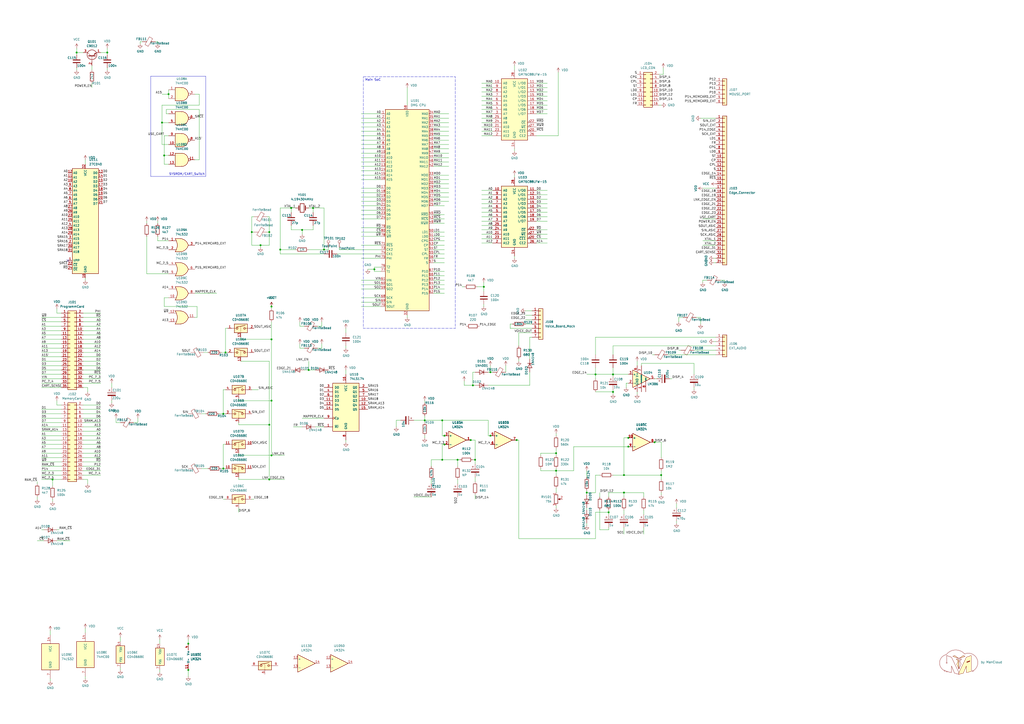
<source format=kicad_sch>
(kicad_sch (version 20250114) (generator "eeschema") (generator_version "9.0")
  (paper "A2")
  (title_block (title "MegaDuck - Super Junior Computer - Reversed") (date "2025-12-12") (rev "v20251212") (company "ManCloud"))
  (rectangle (start 87.376 44.196) (end 119.38 102.362))
  (text "SYSROM/CART_Switch" (at 108.458 101.092 0) (effects (font (size 1.27 1.27))))
  (text_box "Main SoC" (at 210.82 44.45 0) (size 53.34 146.05) (margins 0.9525 0.9525 0.9525 0.9525) (stroke (width 0) (type dash)) (effects (font (size 1.27 1.27)) (justify left top)))
  (junction (at 97.79 54.61))
  (junction (at 44.45 30.48))
  (junction (at 257.81 257.81))
  (junction (at 265.43 266.7))
  (junction (at 156.21 278.13))
  (junction (at 246.38 243.84))
  (junction (at 274.32 223.52))
  (junction (at 364.49 259.08))
  (junction (at 175.26 133.35))
  (junction (at 383.54 275.59))
  (junction (at 129.54 240.03))
  (junction (at 299.72 255.27))
  (junction (at 364.49 254))
  (junction (at 217.17 156.21))
  (junction (at 156.21 134.62))
  (junction (at 322.58 273.05))
  (junction (at 95.25 90.17))
  (junction (at 355.6 217.17))
  (junction (at 345.44 217.17))
  (junction (at 157.48 196.85))
  (junction (at 162.56 144.78))
  (junction (at 151.13 142.24))
  (junction (at 256.54 266.7))
  (junction (at 179.07 214.63))
  (junction (at 256.54 243.84))
  (junction (at 379.73 256.54))
  (junction (at 284.48 215.9))
  (junction (at 284.48 252.73))
  (junction (at 146.05 134.62))
  (junction (at 181.61 120.65))
  (junction (at 157.48 264.16))
  (junction (at 157.48 232.41))
  (junction (at 109.22 388.62))
  (junction (at 109.22 373.38))
  (junction (at 129.54 271.78))
  (junction (at 30.48 278.13))
  (junction (at 257.81 252.73))
  (junction (at 93.98 71.12))
  (junction (at 187.96 144.78))
  (junction (at 361.95 275.59))
  (junction (at 361.95 285.75))
  (junction (at 130.81 204.47))
  (junction (at 168.91 120.65))
  (junction (at 355.6 227.33))
  (junction (at 353.06 297.18))
  (junction (at 62.23 30.48))
  (junction (at 340.36 285.75))
  (junction (at 273.05 255.27))
  (junction (at 280.67 166.37))
  (junction (at 156.21 246.38))
  (junction (at 157.48 177.8))
  (junction (at 322.58 262.89))
  (junction (at 275.59 266.7))
  (no_connect (at 39.37 151.13))
  (wire (pts (xy 369.57 209.55) (xy 369.57 212.09)))
  (wire (pts (xy 209.55 93.98) (xy 220.98 93.98)))
  (wire (pts (xy 48.26 247.65) (xy 58.42 247.65)))
  (wire (pts (xy 420.37 162.56) (xy 420.37 163.83)))
  (wire (pts (xy 275.59 266.7) (xy 275.59 255.27)))
  (wire (pts (xy 361.95 295.91) (xy 361.95 298.45)))
  (wire (pts (xy 308.61 190.5) (xy 295.91 190.5)))
  (wire (pts (xy 355.6 227.33) (xy 355.6 228.6)))
  (wire (pts (xy 33.02 179.07) (xy 33.02 181.61)))
  (wire (pts (xy 402.59 210.82) (xy 402.59 217.17)))
  (wire (pts (xy 24.13 275.59) (xy 35.56 275.59)))
  (wire (pts (xy 209.55 127) (xy 220.98 127)))
  (wire (pts (xy 415.29 149.86) (xy 414.02 149.86)))
  (wire (pts (xy 182.88 247.65) (xy 187.96 247.65)))
  (wire (pts (xy 109.22 388.62) (xy 109.22 392.43)))
  (wire (pts (xy 322.58 283.21) (xy 322.58 285.75)))
  (wire (pts (xy 97.79 95.25) (xy 95.25 95.25)))
  (wire (pts (xy 251.46 109.22) (xy 260.35 109.22)))
  (wire (pts (xy 48.26 204.47) (xy 58.42 204.47)))
  (wire (pts (xy 387.35 205.74) (xy 415.29 205.74)))
  (wire (pts (xy 195.58 147.32) (xy 220.98 147.32)))
  (wire (pts (xy 355.6 213.36) (xy 355.6 217.17)))
  (wire (pts (xy 129.54 226.06) (xy 129.54 240.03)))
  (wire (pts (xy 157.48 232.41) (xy 157.48 196.85)))
  (wire (pts (xy 173.99 201.93) (xy 176.53 201.93)))
  (wire (pts (xy 373.38 295.91) (xy 373.38 298.45)))
  (wire (pts (xy 311.15 63.5) (xy 317.5 63.5)))
  (wire (pts (xy 209.55 76.2) (xy 220.98 76.2)))
  (wire (pts (xy 114.3 184.15) (xy 113.03 184.15)))
  (wire (pts (xy 24.13 219.71) (xy 35.56 219.71)))
  (wire (pts (xy 251.46 66.04) (xy 260.35 66.04)))
  (wire (pts (xy 383.54 265.43) (xy 383.54 256.54)))
  (wire (pts (xy 340.36 217.17) (xy 345.44 217.17)))
  (wire (pts (xy 313.69 271.78) (xy 313.69 273.05)))
  (wire (pts (xy 81.28 24.13) (xy 82.55 24.13)))
  (wire (pts (xy 24.13 204.47) (xy 35.56 204.47)))
  (wire (pts (xy 280.67 168.91) (xy 280.67 166.37)))
  (wire (pts (xy 130.81 257.81) (xy 129.54 257.81)))
  (wire (pts (xy 209.55 124.46) (xy 220.98 124.46)))
  (wire (pts (xy 29.21 393.7) (xy 29.21 394.97)))
  (wire (pts (xy 402.59 203.2) (xy 415.29 203.2)))
  (wire (pts (xy 311.15 125.73) (xy 317.5 125.73)))
  (wire (pts (xy 139.7 209.55) (xy 156.21 209.55)))
  (wire (pts (xy 168.91 120.65) (xy 168.91 123.19)))
  (wire (pts (xy 147.32 125.73) (xy 146.05 125.73)))
  (wire (pts (xy 275.59 255.27) (xy 273.05 255.27)))
  (wire (pts (xy 146.05 142.24) (xy 151.13 142.24)))
  (wire (pts (xy 414.02 198.12) (xy 415.29 198.12)))
  (wire (pts (xy 138.43 294.64) (xy 138.43 297.18)))
  (wire (pts (xy 285.75 113.03) (xy 279.4 113.03)))
  (wire (pts (xy 48.26 267.97) (xy 58.42 267.97)))
  (wire (pts (xy 311.15 133.35) (xy 317.5 133.35)))
  (wire (pts (xy 90.17 24.13) (xy 91.44 24.13)))
  (wire (pts (xy 323.85 41.91) (xy 323.85 78.74)))
  (wire (pts (xy 209.55 66.04) (xy 220.98 66.04)))
  (wire (pts (xy 311.15 110.49) (xy 317.5 110.49)))
  (wire (pts (xy 283.21 252.73) (xy 283.21 243.84)))
  (wire (pts (xy 340.36 285.75) (xy 340.36 287.02)))
  (wire (pts (xy 48.26 214.63) (xy 58.42 214.63)))
  (wire (pts (xy 96.52 63.5) (xy 96.52 66.04)))
  (wire (pts (xy 353.06 285.75) (xy 361.95 285.75)))
  (wire (pts (xy 128.27 271.78) (xy 129.54 271.78)))
  (wire (pts (xy 361.95 285.75) (xy 361.95 288.29)))
  (wire (pts (xy 156.21 209.55) (xy 156.21 246.38)))
  (wire (pts (xy 33.02 181.61) (xy 35.56 181.61)))
  (wire (pts (xy 24.13 196.85) (xy 35.56 196.85)))
  (wire (pts (xy 317.5 123.19) (xy 311.15 123.19)))
  (wire (pts (xy 251.46 83.82) (xy 260.35 83.82)))
  (wire (pts (xy 50.8 224.79) (xy 50.8 227.33)))
  (wire (pts (xy 295.91 187.96) (xy 297.18 187.96)))
  (wire (pts (xy 24.13 194.31) (xy 35.56 194.31)))
  (wire (pts (xy 93.98 54.61) (xy 97.79 54.61)))
  (wire (pts (xy 48.26 189.23) (xy 58.42 189.23)))
  (wire (pts (xy 200.66 190.5) (xy 200.66 193.04)))
  (wire (pts (xy 353.06 307.34) (xy 347.98 307.34)))
  (wire (pts (xy 209.55 81.28) (xy 220.98 81.28)))
  (wire (pts (xy 347.98 285.75) (xy 347.98 288.29)))
  (wire (pts (xy 209.55 83.82) (xy 220.98 83.82)))
  (wire (pts (xy 283.21 223.52) (xy 307.34 223.52)))
  (wire (pts (xy 34.29 307.34) (xy 33.02 307.34)))
  (wire (pts (xy 345.44 213.36) (xy 345.44 217.17)))
  (wire (pts (xy 345.44 217.17) (xy 355.6 217.17)))
  (wire (pts (xy 355.6 217.17) (xy 355.6 218.44)))
  (wire (pts (xy 209.55 132.08) (xy 220.98 132.08)))
  (wire (pts (xy 24.13 237.49) (xy 35.56 237.49)))
  (wire (pts (xy 251.46 147.32) (xy 257.81 147.32)))
  (wire (pts (xy 179.07 144.78) (xy 187.96 144.78)))
  (wire (pts (xy 116.84 240.03) (xy 119.38 240.03)))
  (wire (pts (xy 379.73 205.74) (xy 378.46 205.74)))
  (wire (pts (xy 24.13 245.11) (xy 35.56 245.11)))
  (wire (pts (xy 48.26 234.95) (xy 58.42 234.95)))
  (wire (pts (xy 293.37 215.9) (xy 293.37 212.09)))
  (wire (pts (xy 279.4 138.43) (xy 285.75 138.43)))
  (wire (pts (xy 311.15 78.74) (xy 323.85 78.74)))
  (wire (pts (xy 251.46 76.2) (xy 260.35 76.2)))
  (wire (pts (xy 115.57 60.96) (xy 93.98 60.96)))
  (wire (pts (xy 251.46 160.02) (xy 257.81 160.02)))
  (wire (pts (xy 353.06 306.07) (xy 353.06 307.34)))
  (wire (pts (xy 298.45 86.36) (xy 298.45 87.63)))
  (wire (pts (xy 209.55 121.92) (xy 220.98 121.92)))
  (wire (pts (xy 130.81 204.47) (xy 130.81 190.5)))
  (wire (pts (xy 209.55 165.1) (xy 220.98 165.1)))
  (wire (pts (xy 181.61 130.81) (xy 181.61 133.35)))
  (wire (pts (xy 113.03 170.18) (xy 125.73 170.18)))
  (wire (pts (xy 347.98 307.34) (xy 347.98 295.91)))
  (wire (pts (xy 383.54 285.75) (xy 383.54 287.02)))
  (wire (pts (xy 251.46 144.78) (xy 257.81 144.78)))
  (wire (pts (xy 24.13 267.97) (xy 35.56 267.97)))
  (wire (pts (xy 311.15 58.42) (xy 317.5 58.42)))
  (wire (pts (xy 209.55 78.74) (xy 220.98 78.74)))
  (wire (pts (xy 393.7 203.2) (xy 394.97 203.2)))
  (wire (pts (xy 274.32 266.7) (xy 275.59 266.7)))
  (wire (pts (xy 392.43 302.26) (xy 392.43 303.53)))
  (wire (pts (xy 417.83 162.56) (xy 420.37 162.56)))
  (wire (pts (xy 91.44 137.16) (xy 91.44 139.7)))
  (wire (pts (xy 304.8 185.42) (xy 308.61 185.42)))
  (wire (pts (xy 24.13 278.13) (xy 30.48 278.13)))
  (wire (pts (xy 298.45 101.6) (xy 298.45 102.87)))
  (wire (pts (xy 393.7 184.15) (xy 393.7 186.69)))
  (wire (pts (xy 24.13 242.57) (xy 35.56 242.57)))
  (wire (pts (xy 345.44 297.18) (xy 345.44 312.42)))
  (wire (pts (xy 67.31 242.57) (xy 67.31 245.11)))
  (wire (pts (xy 53.34 50.8) (xy 53.34 48.26)))
  (wire (pts (xy 275.59 223.52) (xy 274.32 223.52)))
  (wire (pts (xy 285.75 130.81) (xy 279.4 130.81)))
  (wire (pts (xy 24.13 252.73) (xy 35.56 252.73)))
  (wire (pts (xy 285.75 133.35) (xy 279.4 133.35)))
  (wire (pts (xy 285.75 53.34) (xy 279.4 53.34)))
  (wire (pts (xy 48.26 184.15) (xy 58.42 184.15)))
  (wire (pts (xy 24.13 214.63) (xy 35.56 214.63)))
  (wire (pts (xy 162.56 120.65) (xy 168.91 120.65)))
  (wire (pts (xy 48.26 273.05) (xy 58.42 273.05)))
  (wire (pts (xy 162.56 120.65) (xy 162.56 144.78)))
  (wire (pts (xy 279.4 140.97) (xy 285.75 140.97)))
  (wire (pts (xy 317.5 128.27) (xy 311.15 128.27)))
  (wire (pts (xy 407.67 109.22) (xy 415.29 109.22)))
  (wire (pts (xy 209.55 149.86) (xy 220.98 149.86)))
  (wire (pts (xy 251.46 139.7) (xy 257.81 139.7)))
  (wire (pts (xy 229.87 243.84) (xy 232.41 243.84)))
  (wire (pts (xy 251.46 114.3) (xy 260.35 114.3)))
  (wire (pts (xy 279.4 135.89) (xy 285.75 135.89)))
  (wire (pts (xy 154.94 125.73) (xy 156.21 125.73)))
  (wire (pts (xy 300.99 255.27) (xy 299.72 255.27)))
  (wire (pts (xy 275.59 266.7) (xy 275.59 269.24)))
  (wire (pts (xy 285.75 115.57) (xy 279.4 115.57)))
  (wire (pts (xy 33.02 234.95) (xy 35.56 234.95)))
  (wire (pts (xy 274.32 223.52) (xy 274.32 215.9)))
  (wire (pts (xy 146.05 125.73) (xy 146.05 134.62)))
  (wire (pts (xy 156.21 278.13) (xy 165.1 278.13)))
  (wire (pts (xy 48.26 270.51) (xy 58.42 270.51)))
  (wire (pts (xy 64.77 222.25) (xy 64.77 224.79)))
  (wire (pts (xy 200.66 214.63) (xy 200.66 217.17)))
  (wire (pts (xy 209.55 71.12) (xy 220.98 71.12)))
  (wire (pts (xy 307.34 223.52) (xy 307.34 215.9)))
  (wire (pts (xy 209.55 101.6) (xy 220.98 101.6)))
  (wire (pts (xy 24.13 201.93) (xy 35.56 201.93)))
  (wire (pts (xy 48.26 194.31) (xy 58.42 194.31)))
  (wire (pts (xy 130.81 190.5) (xy 132.08 190.5)))
  (wire (pts (xy 209.55 109.22) (xy 220.98 109.22)))
  (wire (pts (xy 24.13 250.19) (xy 35.56 250.19)))
  (wire (pts (xy 157.48 232.41) (xy 157.48 264.16)))
  (wire (pts (xy 213.36 156.21) (xy 217.17 156.21)))
  (wire (pts (xy 156.21 278.13) (xy 138.43 278.13)))
  (wire (pts (xy 146.05 134.62) (xy 146.05 142.24)))
  (wire (pts (xy 209.55 175.26) (xy 220.98 175.26)))
  (wire (pts (xy 236.22 50.8) (xy 236.22 60.96)))
  (wire (pts (xy 62.23 39.37) (xy 62.23 40.64)))
  (wire (pts (xy 129.54 240.03) (xy 130.81 240.03)))
  (wire (pts (xy 130.81 204.47) (xy 132.08 204.47)))
  (wire (pts (xy 251.46 104.14) (xy 260.35 104.14)))
  (wire (pts (xy 24.13 270.51) (xy 35.56 270.51)))
  (wire (pts (xy 415.29 195.58) (xy 345.44 195.58)))
  (wire (pts (xy 24.13 191.77) (xy 35.56 191.77)))
  (wire (pts (xy 157.48 196.85) (xy 139.7 196.85)))
  (wire (pts (xy 217.17 154.94) (xy 220.98 154.94)))
  (wire (pts (xy 48.26 250.19) (xy 58.42 250.19)))
  (wire (pts (xy 251.46 71.12) (xy 260.35 71.12)))
  (wire (pts (xy 95.25 78.74) (xy 97.79 78.74)))
  (wire (pts (xy 279.4 78.74) (xy 285.75 78.74)))
  (wire (pts (xy 393.7 184.15) (xy 396.24 184.15)))
  (wire (pts (xy 406.4 184.15) (xy 406.4 187.96)))
  (wire (pts (xy 345.44 227.33) (xy 355.6 227.33)))
  (wire (pts (xy 162.56 144.78) (xy 171.45 144.78)))
  (wire (pts (xy 317.5 55.88) (xy 311.15 55.88)))
  (wire (pts (xy 407.67 139.7) (xy 415.29 139.7)))
  (wire (pts (xy 97.79 54.61) (xy 97.79 52.07)))
  (wire (pts (xy 187.96 147.32) (xy 162.56 147.32)))
  (wire (pts (xy 156.21 246.38) (xy 156.21 278.13)))
  (wire (pts (xy 209.55 111.76) (xy 220.98 111.76)))
  (wire (pts (xy 311.15 115.57) (xy 317.5 115.57)))
  (wire (pts (xy 24.13 184.15) (xy 35.56 184.15)))
  (wire (pts (xy 113.03 92.71) (xy 115.57 92.71)))
  (wire (pts (xy 332.74 259.08) (xy 364.49 259.08)))
  (wire (pts (xy 81.28 24.13) (xy 81.28 25.4)))
  (wire (pts (xy 298.45 38.1) (xy 298.45 40.64)))
  (wire (pts (xy 251.46 101.6) (xy 260.35 101.6)))
  (wire (pts (xy 345.44 312.42) (xy 300.99 312.42)))
  (wire (pts (xy 379.73 219.71) (xy 381 219.71)))
  (wire (pts (xy 69.85 369.57) (xy 69.85 372.11)))
  (wire (pts (xy 340.36 284.48) (xy 340.36 285.75)))
  (wire (pts (xy 48.26 252.73) (xy 58.42 252.73)))
  (wire (pts (xy 24.13 199.39) (xy 35.56 199.39)))
  (wire (pts (xy 157.48 177.8) (xy 157.48 179.07)))
  (wire (pts (xy 332.74 273.05) (xy 322.58 273.05)))
  (wire (pts (xy 24.13 212.09) (xy 35.56 212.09)))
  (wire (pts (xy 322.58 260.35) (xy 322.58 262.89)))
  (wire (pts (xy 97.79 54.61) (xy 97.79 57.15)))
  (wire (pts (xy 372.11 210.82) (xy 402.59 210.82)))
  (wire (pts (xy 21.59 288.29) (xy 21.59 289.56)))
  (wire (pts (xy 251.46 165.1) (xy 257.81 165.1)))
  (wire (pts (xy 209.55 114.3) (xy 220.98 114.3)))
  (wire (pts (xy 369.57 227.33) (xy 369.57 228.6)))
  (wire (pts (xy 250.19 278.13) (xy 250.19 280.67)))
  (wire (pts (xy 364.49 217.17) (xy 355.6 217.17)))
  (wire (pts (xy 251.46 91.44) (xy 260.35 91.44)))
  (wire (pts (xy 24.13 224.79) (xy 35.56 224.79)))
  (wire (pts (xy 95.25 177.8) (xy 114.3 177.8)))
  (wire (pts (xy 209.55 96.52) (xy 220.98 96.52)))
  (wire (pts (xy 340.36 273.05) (xy 340.36 276.86)))
  (wire (pts (xy 251.46 124.46) (xy 257.81 124.46)))
  (wire (pts (xy 44.45 27.94) (xy 44.45 30.48)))
  (wire (pts (xy 80.01 242.57) (xy 80.01 245.11)))
  (wire (pts (xy 138.43 246.38) (xy 156.21 246.38)))
  (wire (pts (xy 24.13 247.65) (xy 35.56 247.65)))
  (wire (pts (xy 251.46 152.4) (xy 257.81 152.4)))
  (wire (pts (xy 382.27 43.18) (xy 384.81 43.18)))
  (wire (pts (xy 256.54 243.84) (xy 256.54 252.73)))
  (wire (pts (xy 209.55 162.56) (xy 220.98 162.56)))
  (wire (pts (xy 251.46 137.16) (xy 257.81 137.16)))
  (wire (pts (xy 24.13 273.05) (xy 35.56 273.05)))
  (wire (pts (xy 304.8 187.96) (xy 308.61 187.96)))
  (wire (pts (xy 96.52 66.04) (xy 97.79 66.04)))
  (wire (pts (xy 251.46 93.98) (xy 260.35 93.98)))
  (wire (pts (xy 24.13 260.35) (xy 35.56 260.35)))
  (wire (pts (xy 251.46 157.48) (xy 257.81 157.48)))
  (wire (pts (xy 246.38 241.3) (xy 246.38 243.84)))
  (wire (pts (xy 246.38 252.73) (xy 246.38 254)))
  (wire (pts (xy 256.54 252.73) (xy 257.81 252.73)))
  (wire (pts (xy 24.13 222.25) (xy 35.56 222.25)))
  (wire (pts (xy 69.85 387.35) (xy 69.85 388.62)))
  (wire (pts (xy 92.71 388.62) (xy 92.71 389.89)))
  (wire (pts (xy 97.79 83.82) (xy 93.98 83.82)))
  (wire (pts (xy 24.13 207.01) (xy 35.56 207.01)))
  (wire (pts (xy 246.38 232.41) (xy 246.38 233.68)))
  (wire (pts (xy 129.54 271.78) (xy 130.81 271.78)))
  (wire (pts (xy 355.6 226.06) (xy 355.6 227.33)))
  (wire (pts (xy 340.36 294.64) (xy 340.36 295.91)))
  (wire (pts (xy 29.21 365.76) (xy 29.21 368.3)))
  (wire (pts (xy 168.91 130.81) (xy 168.91 133.35)))
  (wire (pts (xy 284.48 252.73) (xy 283.21 252.73)))
  (wire (pts (xy 115.57 92.71) (xy 115.57 63.5)))
  (wire (pts (xy 48.26 265.43) (xy 58.42 265.43)))
  (wire (pts (xy 402.59 224.79) (xy 402.59 226.06)))
  (wire (pts (xy 355.6 200.66) (xy 415.29 200.66)))
  (wire (pts (xy 364.49 222.25) (xy 363.22 222.25)))
  (wire (pts (xy 275.59 276.86) (xy 275.59 279.4)))
  (wire (pts (xy 383.54 273.05) (xy 383.54 275.59)))
  (wire (pts (xy 48.26 191.77) (xy 58.42 191.77)))
  (wire (pts (xy 285.75 118.11) (xy 279.4 118.11)))
  (wire (pts (xy 33.02 313.69) (xy 40.64 313.69)))
  (wire (pts (xy 49.53 92.71) (xy 49.53 95.25)))
  (wire (pts (xy 345.44 275.59) (xy 347.98 275.59)))
  (wire (pts (xy 322.58 293.37) (xy 322.58 294.64)))
  (wire (pts (xy 176.53 214.63) (xy 179.07 214.63)))
  (wire (pts (xy 209.55 116.84) (xy 220.98 116.84)))
  (wire (pts (xy 85.09 128.27) (xy 85.09 129.54)))
  (wire (pts (xy 251.46 73.66) (xy 260.35 73.66)))
  (wire (pts (xy 317.5 60.96) (xy 311.15 60.96)))
  (wire (pts (xy 275.59 289.56) (xy 275.59 287.02)))
  (wire (pts (xy 285.75 125.73) (xy 279.4 125.73)))
  (wire (pts (xy 285.75 110.49) (xy 279.4 110.49)))
  (wire (pts (xy 157.48 186.69) (xy 157.48 196.85)))
  (wire (pts (xy 251.46 111.76) (xy 260.35 111.76)))
  (wire (pts (xy 21.59 280.67) (xy 21.59 279.4)))
  (wire (pts (xy 127 240.03) (xy 129.54 240.03)))
  (wire (pts (xy 48.26 181.61) (xy 58.42 181.61)))
  (wire (pts (xy 280.67 166.37) (xy 276.86 166.37)))
  (wire (pts (xy 85.09 158.75) (xy 97.79 158.75)))
  (wire (pts (xy 373.38 288.29) (xy 373.38 285.75)))
  (wire (pts (xy 372.11 212.09) (xy 372.11 210.82)))
  (wire (pts (xy 156.21 125.73) (xy 156.21 134.62)))
  (wire (pts (xy 311.15 135.89) (xy 317.5 135.89)))
  (wire (pts (xy 308.61 180.34) (xy 304.8 180.34)))
  (wire (pts (xy 30.48 278.13) (xy 30.48 281.94)))
  (wire (pts (xy 48.26 237.49) (xy 58.42 237.49)))
  (wire (pts (xy 48.26 245.11) (xy 58.42 245.11)))
  (wire (pts (xy 284.48 215.9) (xy 285.75 215.9)))
  (wire (pts (xy 48.26 196.85) (xy 58.42 196.85)))
  (wire (pts (xy 283.21 243.84) (xy 256.54 243.84)))
  (wire (pts (xy 48.26 186.69) (xy 58.42 186.69)))
  (wire (pts (xy 190.5 143.51) (xy 190.5 144.78)))
  (wire (pts (xy 311.15 140.97) (xy 317.5 140.97)))
  (wire (pts (xy 274.32 215.9) (xy 275.59 215.9)))
  (wire (pts (xy 24.13 255.27) (xy 35.56 255.27)))
  (wire (pts (xy 109.22 370.84) (xy 109.22 373.38)))
  (wire (pts (xy 30.48 278.13) (xy 35.56 278.13)))
  (wire (pts (xy 317.5 113.03) (xy 311.15 113.03)))
  (wire (pts (xy 186.69 189.23) (xy 184.15 189.23)))
  (wire (pts (xy 251.46 170.18) (xy 257.81 170.18)))
  (wire (pts (xy 209.55 68.58) (xy 220.98 68.58)))
  (wire (pts (xy 251.46 127) (xy 257.81 127)))
  (wire (pts (xy 269.24 223.52) (xy 274.32 223.52)))
  (wire (pts (xy 49.53 364.49) (xy 49.53 367.03)))
  (wire (pts (xy 317.5 138.43) (xy 311.15 138.43)))
  (wire (pts (xy 209.55 91.44) (xy 220.98 91.44)))
  (wire (pts (xy 269.24 220.98) (xy 269.24 223.52)))
  (wire (pts (xy 280.67 176.53) (xy 280.67 177.8)))
  (wire (pts (xy 209.55 104.14) (xy 220.98 104.14)))
  (wire (pts (xy 181.61 120.65) (xy 181.61 123.19)))
  (wire (pts (xy 95.25 95.25) (xy 95.25 90.17)))
  (wire (pts (xy 138.43 278.13) (xy 138.43 276.86)))
  (wire (pts (xy 48.26 222.25) (xy 58.42 222.25)))
  (wire (pts (xy 48.26 242.57) (xy 58.42 242.57)))
  (wire (pts (xy 62.23 30.48) (xy 62.23 31.75)))
  (wire (pts (xy 251.46 167.64) (xy 257.81 167.64)))
  (wire (pts (xy 48.26 199.39) (xy 58.42 199.39)))
  (wire (pts (xy 154.94 134.62) (xy 156.21 134.62)))
  (wire (pts (xy 49.53 392.43) (xy 49.53 393.7)))
  (wire (pts (xy 48.26 240.03) (xy 58.42 240.03)))
  (wire (pts (xy 345.44 219.71) (xy 345.44 217.17)))
  (wire (pts (xy 322.58 271.78) (xy 322.58 273.05)))
  (wire (pts (xy 48.26 207.01) (xy 58.42 207.01)))
  (wire (pts (xy 373.38 306.07) (xy 373.38 309.88)))
  (wire (pts (xy 361.95 275.59) (xy 383.54 275.59)))
  (wire (pts (xy 251.46 86.36) (xy 260.35 86.36)))
  (wire (pts (xy 250.19 266.7) (xy 250.19 270.51)))
  (wire (pts (xy 304.8 182.88) (xy 308.61 182.88)))
  (wire (pts (xy 307.34 208.28) (xy 307.34 195.58)))
  (wire (pts (xy 48.26 255.27) (xy 58.42 255.27)))
  (wire (pts (xy 138.43 232.41) (xy 138.43 231.14)))
  (wire (pts (xy 313.69 262.89) (xy 322.58 262.89)))
  (wire (pts (xy 246.38 245.11) (xy 246.38 243.84)))
  (wire (pts (xy 146.05 226.06) (xy 149.86 226.06)))
  (wire (pts (xy 21.59 313.69) (xy 25.4 313.69)))
  (wire (pts (xy 157.48 264.16) (xy 138.43 264.16)))
  (wire (pts (xy 209.55 119.38) (xy 220.98 119.38)))
  (wire (pts (xy 50.8 278.13) (xy 50.8 280.67)))
  (wire (pts (xy 118.11 204.47) (xy 120.65 204.47)))
  (wire (pts (xy 24.13 262.89) (xy 35.56 262.89)))
  (wire (pts (xy 373.38 285.75) (xy 361.95 285.75)))
  (wire (pts (xy 317.5 50.8) (xy 311.15 50.8)))
  (wire (pts (xy 116.84 271.78) (xy 120.65 271.78)))
  (wire (pts (xy 279.4 76.2) (xy 285.75 76.2)))
  (wire (pts (xy 415.29 68.58) (xy 406.4 68.58)))
  (wire (pts (xy 250.19 288.29) (xy 240.03 288.29)))
  (wire (pts (xy 138.43 232.41) (xy 157.48 232.41)))
  (wire (pts (xy 285.75 55.88) (xy 279.4 55.88)))
  (wire (pts (xy 246.38 243.84) (xy 256.54 243.84)))
  (wire (pts (xy 181.61 120.65) (xy 187.96 120.65)))
  (wire (pts (xy 311.15 53.34) (xy 317.5 53.34)))
  (wire (pts (xy 251.46 119.38) (xy 257.81 119.38)))
  (wire (pts (xy 209.55 134.62) (xy 220.98 134.62)))
  (wire (pts (xy 407.67 142.24) (xy 415.29 142.24)))
  (wire (pts (xy 146.05 134.62) (xy 147.32 134.62)))
  (wire (pts (xy 250.19 266.7) (xy 256.54 266.7)))
  (wire (pts (xy 95.25 90.17) (xy 95.25 78.74)))
  (wire (pts (xy 313.69 273.05) (xy 322.58 273.05)))
  (wire (pts (xy 209.55 177.8) (xy 220.98 177.8)))
  (wire (pts (xy 383.54 275.59) (xy 383.54 278.13)))
  (wire (pts (xy 322.58 251.46) (xy 322.58 252.73)))
  (wire (pts (xy 44.45 39.37) (xy 44.45 40.64)))
  (wire (pts (xy 311.15 120.65) (xy 317.5 120.65)))
  (wire (pts (xy 179.07 214.63) (xy 182.88 214.63)))
  (wire (pts (xy 173.99 189.23) (xy 176.53 189.23)))
  (wire (pts (xy 285.75 60.96) (xy 279.4 60.96)))
  (wire (pts (xy 175.26 242.57) (xy 187.96 242.57)))
  (wire (pts (xy 251.46 106.68) (xy 260.35 106.68)))
  (wire (pts (xy 236.22 182.88) (xy 236.22 184.15)))
  (wire (pts (xy 48.26 224.79) (xy 50.8 224.79)))
  (wire (pts (xy 251.46 96.52) (xy 260.35 96.52)))
  (wire (pts (xy 95.25 172.72) (xy 95.25 177.8)))
  (wire (pts (xy 407.67 162.56) (xy 410.21 162.56)))
  (wire (pts (xy 407.67 127) (xy 415.29 127)))
  (wire (pts (xy 24.13 307.34) (xy 25.4 307.34)))
  (wire (pts (xy 139.7 196.85) (xy 139.7 195.58)))
  (wire (pts (xy 157.48 264.16) (xy 165.1 264.16)))
  (wire (pts (xy 308.61 193.04) (xy 300.99 193.04)))
  (wire (pts (xy 209.55 73.66) (xy 220.98 73.66)))
  (wire (pts (xy 170.18 247.65) (xy 175.26 247.65)))
  (wire (pts (xy 85.09 137.16) (xy 85.09 158.75)))
  (wire (pts (xy 186.69 199.39) (xy 186.69 201.93)))
  (wire (pts (xy 91.44 139.7) (xy 97.79 139.7)))
  (wire (pts (xy 283.21 215.9) (xy 284.48 215.9)))
  (wire (pts (xy 280.67 163.83) (xy 280.67 166.37)))
  (wire (pts (xy 187.96 120.65) (xy 187.96 144.78)))
  (wire (pts (xy 48.26 262.89) (xy 58.42 262.89)))
  (wire (pts (xy 415.29 152.4) (xy 414.02 152.4)))
  (wire (pts (xy 147.32 289.56) (xy 146.05 289.56)))
  (wire (pts (xy 345.44 285.75) (xy 345.44 275.59)))
  (wire (pts (xy 77.47 245.11) (xy 80.01 245.11)))
  (wire (pts (xy 251.46 81.28) (xy 260.35 81.28)))
  (wire (pts (xy 115.57 54.61) (xy 115.57 60.96)))
  (wire (pts (xy 209.55 99.06) (xy 220.98 99.06)))
  (wire (pts (xy 196.85 143.51) (xy 196.85 144.78)))
  (wire (pts (xy 285.75 123.19) (xy 279.4 123.19)))
  (wire (pts (xy 251.46 162.56) (xy 257.81 162.56)))
  (wire (pts (xy 48.26 275.59) (xy 58.42 275.59)))
  (wire (pts (xy 130.81 226.06) (xy 129.54 226.06)))
  (wire (pts (xy 49.53 161.29) (xy 49.53 162.56)))
  (wire (pts (xy 353.06 297.18) (xy 353.06 298.45)))
  (wire (pts (xy 187.96 144.78) (xy 190.5 144.78)))
  (wire (pts (xy 91.44 24.13) (xy 91.44 25.4)))
  (wire (pts (xy 151.13 142.24) (xy 151.13 143.51)))
  (wire (pts (xy 24.13 265.43) (xy 35.56 265.43)))
  (wire (pts (xy 186.69 201.93) (xy 184.15 201.93)))
  (wire (pts (xy 251.46 129.54) (xy 257.81 129.54)))
  (wire (pts (xy 256.54 257.81) (xy 256.54 266.7)))
  (wire (pts (xy 97.79 172.72) (xy 95.25 172.72)))
  (wire (pts (xy 285.75 71.12) (xy 279.4 71.12)))
  (wire (pts (xy 175.26 133.35) (xy 181.61 133.35)))
  (wire (pts (xy 285.75 58.42) (xy 279.4 58.42)))
  (wire (pts (xy 64.77 232.41) (xy 64.77 233.68)))
  (wire (pts (xy 173.99 199.39) (xy 173.99 201.93)))
  (wire (pts (xy 407.67 162.56) (xy 407.67 163.83)))
  (wire (pts (xy 67.31 245.11) (xy 69.85 245.11)))
  (wire (pts (xy 363.22 222.25) (xy 363.22 224.79)))
  (wire (pts (xy 285.75 120.65) (xy 279.4 120.65)))
  (wire (pts (xy 128.27 204.47) (xy 130.81 204.47)))
  (wire (pts (xy 285.75 50.8) (xy 279.4 50.8)))
  (wire (pts (xy 251.46 116.84) (xy 260.35 116.84)))
  (wire (pts (xy 300.99 193.04) (xy 300.99 200.66)))
  (wire (pts (xy 44.45 30.48) (xy 48.26 30.48)))
  (wire (pts (xy 24.13 257.81) (xy 35.56 257.81)))
  (wire (pts (xy 406.4 184.15) (xy 403.86 184.15)))
  (wire (pts (xy 345.44 195.58) (xy 345.44 205.74)))
  (wire (pts (xy 340.36 303.53) (xy 340.36 304.8)))
  (wire (pts (xy 115.57 63.5) (xy 96.52 63.5)))
  (wire (pts (xy 317.5 118.11) (xy 311.15 118.11)))
  (wire (pts (xy 251.46 68.58) (xy 260.35 68.58)))
  (wire (pts (xy 24.13 217.17) (xy 35.56 217.17)))
  (wire (pts (xy 298.45 148.59) (xy 298.45 149.86)))
  (wire (pts (xy 355.6 200.66) (xy 355.6 205.74)))
  (wire (pts (xy 284.48 212.09) (xy 284.48 215.9)))
  (wire (pts (xy 265.43 270.51) (xy 265.43 266.7)))
  (wire (pts (xy 361.95 254) (xy 361.95 275.59)))
  (wire (pts (xy 186.69 186.69) (xy 186.69 189.23)))
  (wire (pts (xy 179.07 209.55) (xy 179.07 214.63)))
  (wire (pts (xy 340.36 285.75) (xy 345.44 285.75)))
  (wire (pts (xy 48.26 217.17) (xy 58.42 217.17)))
  (wire (pts (xy 355.6 275.59) (xy 361.95 275.59)))
  (wire (pts (xy 93.98 71.12) (xy 97.79 71.12)))
  (wire (pts (xy 392.43 292.1) (xy 392.43 294.64)))
  (wire (pts (xy 285.75 48.26) (xy 279.4 48.26)))
  (wire (pts (xy 196.85 144.78) (xy 220.98 144.78)))
  (wire (pts (xy 332.74 259.08) (xy 332.74 273.05)))
  (wire (pts (xy 138.43 264.16) (xy 138.43 262.89)))
  (wire (pts (xy 353.06 297.18) (xy 345.44 297.18)))
  (wire (pts (xy 168.91 133.35) (xy 175.26 133.35)))
  (wire (pts (xy 251.46 78.74) (xy 260.35 78.74)))
  (wire (pts (xy 92.71 370.84) (xy 92.71 373.38)))
  (wire (pts (xy 24.13 240.03) (xy 35.56 240.03)))
  (wire (pts (xy 322.58 262.89) (xy 322.58 264.16)))
  (wire (pts (xy 240.03 243.84) (xy 246.38 243.84)))
  (wire (pts (xy 30.48 289.56) (xy 30.48 290.83)))
  (wire (pts (xy 353.06 295.91) (xy 353.06 297.18)))
  (wire (pts (xy 251.46 134.62) (xy 257.81 134.62)))
  (wire (pts (xy 229.87 243.84) (xy 229.87 247.65)))
  (wire (pts (xy 300.99 312.42) (xy 300.99 255.27)))
  (wire (pts (xy 173.99 186.69) (xy 173.99 189.23)))
  (wire (pts (xy 285.75 128.27) (xy 279.4 128.27)))
  (wire (pts (xy 209.55 142.24) (xy 220.98 142.24)))
  (wire (pts (xy 295.91 190.5) (xy 295.91 187.96)))
  (wire (pts (xy 307.34 195.58) (xy 308.61 195.58)))
  (wire (pts (xy 317.5 66.04) (xy 311.15 66.04)))
  (wire (pts (xy 53.34 40.64) (xy 53.34 38.1)))
  (wire (pts (xy 24.13 186.69) (xy 35.56 186.69)))
  (wire (pts (xy 251.46 88.9) (xy 260.35 88.9)))
  (wire (pts (xy 209.55 137.16) (xy 220.98 137.16)))
  (wire (pts (xy 267.97 166.37) (xy 269.24 166.37)))
  (wire (pts (xy 311.15 48.26) (xy 317.5 48.26)))
  (wire (pts (xy 217.17 157.48) (xy 220.98 157.48)))
  (wire (pts (xy 33.02 232.41) (xy 33.02 234.95)))
  (wire (pts (xy 24.13 189.23) (xy 35.56 189.23)))
  (wire (pts (xy 353.06 288.29) (xy 353.06 285.75)))
  (wire (pts (xy 114.3 177.8) (xy 114.3 184.15)))
  (wire (pts (xy 285.75 63.5) (xy 279.4 63.5)))
  (wire (pts (xy 384.81 43.18) (xy 384.81 39.37)))
  (wire (pts (xy 58.42 30.48) (xy 62.23 30.48)))
  (wire (pts (xy 389.89 219.71) (xy 388.62 219.71)))
  (wire (pts (xy 265.43 278.13) (xy 265.43 280.67)))
  (wire (pts (xy 138.43 245.11) (xy 138.43 246.38)))
  (wire (pts (xy 179.07 120.65) (xy 181.61 120.65)))
  (wire (pts (xy 251.46 149.86) (xy 257.81 149.86)))
  (wire (pts (xy 279.4 73.66) (xy 285.75 73.66)))
  (wire (pts (xy 93.98 83.82) (xy 93.98 71.12)))
  (wire (pts (xy 300.99 208.28) (xy 300.99 209.55)))
  (wire (pts (xy 209.55 167.64) (xy 220.98 167.64)))
  (wire (pts (xy 48.26 278.13) (xy 50.8 278.13)))
  (wire (pts (xy 265.43 266.7) (xy 266.7 266.7)))
  (wire (pts (xy 62.23 27.94) (xy 62.23 30.48)))
  (wire (pts (xy 383.54 60.96) (xy 382.27 60.96)))
  (wire (pts (xy 209.55 172.72) (xy 220.98 172.72)))
  (wire (pts (xy 129.54 289.56) (xy 130.81 289.56)))
  (wire (pts (xy 383.54 256.54) (xy 379.73 256.54)))
  (wire (pts (xy 48.26 201.93) (xy 58.42 201.93)))
  (wire (pts (xy 48.26 212.09) (xy 58.42 212.09)))
  (wire (pts (xy 256.54 257.81) (xy 257.81 257.81)))
  (wire (pts (xy 171.45 120.65) (xy 168.91 120.65)))
  (wire (pts (xy 313.69 264.16) (xy 313.69 262.89)))
  (wire (pts (xy 93.98 60.96) (xy 93.98 71.12)))
  (wire (pts (xy 200.66 200.66) (xy 200.66 201.93)))
  (wire (pts (xy 129.54 257.81) (xy 129.54 271.78)))
  (wire (pts (xy 209.55 88.9) (xy 220.98 88.9)))
  (wire (pts (xy 175.26 133.35) (xy 175.26 135.89)))
  (wire (pts (xy 322.58 273.05) (xy 322.58 275.59)))
  (wire (pts (xy 217.17 156.21) (xy 217.17 157.48)))
  (wire (pts (xy 265.43 266.7) (xy 256.54 266.7)))
  (wire (pts (xy 162.56 147.32) (xy 162.56 144.78)))
  (wire (pts (xy 200.66 255.27) (xy 200.66 256.54)))
  (wire (pts (xy 48.26 257.81) (xy 58.42 257.81)))
  (wire (pts (xy 48.26 219.71) (xy 58.42 219.71)))
  (wire (pts (xy 285.75 66.04) (xy 279.4 66.04)))
  (wire (pts (xy 209.55 86.36) (xy 220.98 86.36)))
  (wire (pts (xy 97.79 90.17) (xy 95.25 90.17)))
  (wire (pts (xy 48.26 209.55) (xy 58.42 209.55)))
  (wire (pts (xy 361.95 309.88) (xy 361.95 306.07)))
  (wire (pts (xy 24.13 209.55) (xy 35.56 209.55)))
  (wire (pts (xy 151.13 142.24) (xy 156.21 142.24)))
  (wire (pts (xy 113.03 54.61) (xy 115.57 54.61)))
  (wire (pts (xy 48.26 260.35) (xy 58.42 260.35)))
  (wire (pts (xy 251.46 142.24) (xy 257.81 142.24)))
  (wire (pts (xy 285.75 68.58) (xy 279.4 68.58)))
  (wire (pts (xy 44.45 30.48) (xy 44.45 31.75)))
  (wire (pts (xy 156.21 134.62) (xy 156.21 142.24)))
  (wire (pts (xy 91.44 128.27) (xy 91.44 129.54)))
  (wire (pts (xy 361.95 254) (xy 364.49 254)))
  (wire (pts (xy 217.17 154.94) (xy 217.17 156.21)))
  (label "A6" (at 220.98 81.28 180))
  (label "SCK" (at 220.98 172.72 180))
  (label "D7" (at 311.15 128.27 0))
  (label "A6" (at 285.75 125.73 180))
  (label "CP" (at 251.46 142.24 0))
  (label "A12" (at 220.98 96.52 180))
  (label "A10" (at 58.42 262.89 180))
  (label "D4" (at 58.42 240.03 180))
  (label "A13" (at 220.98 99.06 180))
  (label "A3" (at 285.75 118.11 180))
  (label "VIN" (at 220.98 162.56 180))
  (label "CP" (at 369.57 58.42 180))
  (label "P14" (at 270.51 189.23 180))
  (label "A6" (at 58.42 194.31 180))
  (label "~{MCS}" (at 251.46 127 0))
  (label "RAM_~{CS}" (at 33.02 313.69 0))
  (label "A14" (at 97.79 167.64 180))
  (label "P14_MEMCARD_EXT" (at 415.29 57.15 180))
  (label "A3" (at 24.13 191.77 0))
  (label "D4" (at 187.96 234.95 180))
  (label "MA11" (at 285.75 76.2 180))
  (label "EDGE_31" (at 58.42 273.05 180))
  (label "A14" (at 24.13 307.34 180))
  (label "A15'" (at 113.03 81.28 0))
  (label "D6" (at 59.69 115.57 0))
  (label "A6" (at 58.42 257.81 180))
  (label "SIN" (at 220.98 175.26 180))
  (label "D0" (at 59.69 100.33 0))
  (label "A15'" (at 24.13 207.01 0))
  (label "A8" (at 39.37 120.65 180))
  (label "EDGE_14" (at 340.36 217.17 180))
  (label "A12" (at 58.42 265.43 180))
  (label "A9" (at 39.37 123.19 180))
  (label "P14" (at 251.46 167.64 0))
  (label "D3" (at 24.13 212.09 0))
  (label "MD4" (at 251.46 111.76 0))
  (label "P14" (at 24.13 273.05 0))
  (label "MA3" (at 251.46 73.66 0))
  (label "D5" (at 220.98 121.92 180))
  (label "P14_EDGE" (at 415.29 76.2 180))
  (label "D1" (at 24.13 237.49 0))
  (label "MD6" (at 311.15 63.5 0))
  (label "DISP_8" (at 393.7 203.2 180))
  (label "A8" (at 58.42 196.85 180))
  (label "MC_?_5" (at 24.13 278.13 0))
  (label "SOUT" (at 110.49 204.47 180))
  (label "VOICE_OUT" (at 250.19 288.29 180))
  (label "EDGE_14" (at 415.29 101.6 180))
  (label "LD1" (at 369.57 55.88 180))
  (label "D6" (at 220.98 124.46 180))
  (label "FR" (at 170.18 247.65 0))
  (label "D5" (at 24.13 242.57 0))
  (label "SRA16" (at 39.37 140.97 180))
  (label "D7" (at 24.13 245.11 0))
  (label "A8" (at 220.98 86.36 180))
  (label "SO2" (at 265.43 288.29 270))
  (label "D2" (at 58.42 237.49 180))
  (label "~{MCS}" (at 311.15 76.2 0))
  (label "SO1" (at 361.95 309.88 180))
  (label "MA2" (at 251.46 71.12 0))
  (label "D4" (at 220.98 119.38 180))
  (label "CPG" (at 251.46 139.7 0))
  (label "MD0" (at 251.46 101.6 0))
  (label "PHI" (at 58.42 181.61 180))
  (label "A3" (at 24.13 255.27 0))
  (label "A13" (at 24.13 204.47 0))
  (label "D0" (at 58.42 234.95 180))
  (label "DISP_4" (at 382.27 45.72 0))
  (label "A0" (at 285.75 110.49 180))
  (label "D2" (at 220.98 114.3 180))
  (label "D0" (at 187.96 224.79 180))
  (label "D6" (at 58.42 214.63 180))
  (label "S" (at 369.57 43.18 180))
  (label "CP" (at 415.29 93.98 180))
  (label "D5" (at 187.96 237.49 180))
  (label "EDGE_19" (at 129.54 289.56 180))
  (label "MD1" (at 311.15 50.8 0))
  (label "MD7" (at 311.15 66.04 0))
  (label "SOUT_ASIC" (at 147.32 190.5 0))
  (label "MA4" (at 285.75 58.42 180))
  (label "MA8" (at 285.75 68.58 180))
  (label "FR" (at 415.29 83.82 180))
  (label "D2" (at 58.42 209.55 180))
  (label "~{WR}" (at 24.13 184.15 0))
  (label "D0" (at 58.42 207.01 180))
  (label "SIN_ASIC" (at 149.86 226.06 0))
  (label "A4" (at 58.42 191.77 180))
  (label "A7" (at 220.98 83.82 180))
  (label "SIN" (at 109.22 240.03 180))
  (label "P10" (at 251.46 157.48 0))
  (label "RAM_~{CS}" (at 24.13 270.51 0))
  (label "SR~{CE}" (at 39.37 153.67 180))
  (label "CART_SENSE" (at 415.29 147.32 180))
  (label "A0" (at 220.98 66.04 180))
  (label "SRA18" (at 39.37 146.05 180))
  (label "SOUT_EXT" (at 147.32 204.47 0))
  (label "A13" (at 97.79 186.69 180))
  (label "D1" (at 24.13 209.55 0))
  (label "LNK_EDGE_EN" (at 165.1 278.13 180))
  (label "MD3" (at 311.15 55.88 0))
  (label "D6" (at 311.15 125.73 0))
  (label "EDGE_21" (at 168.91 214.63 180))
  (label "MA4" (at 251.46 76.2 0))
  (label "D1" (at 311.15 113.03 0))
  (label "MC_?_4" (at 284.48 257.81 180))
  (label "LNK_EDGE_EN" (at 415.29 116.84 180))
  (label "A4" (at 39.37 110.49 180))
  (label "D5" (at 311.15 123.19 0))
  (label "D2" (at 59.69 105.41 0))
  (label "D4" (at 58.42 212.09 180))
  (label "SCK" (at 109.22 271.78 180))
  (label "A14" (at 311.15 140.97 0))
  (label "A6" (at 39.37 115.57 180))
  (label "MA9" (at 251.46 88.9 0))
  (label "A1" (at 39.37 102.87 180))
  (label "MA12" (at 285.75 78.74 180))
  (label "P12" (at 58.42 270.51 180))
  (label "~{RD}" (at 220.98 132.08 180))
  (label "DISP_6" (at 379.73 256.54 0))
  (label "USE_CART" (at 415.29 127 180))
  (label "A1" (at 24.13 252.73 0))
  (label "A12" (at 285.75 140.97 180))
  (label "P13" (at 415.29 49.53 180))
  (label "A11" (at 220.98 93.98 180))
  (label "MA2" (at 285.75 53.34 180))
  (label "~{CS}" (at 24.13 186.69 0))
  (label "A15" (at 220.98 104.14 180))
  (label "DISP_12" (at 382.27 55.88 0))
  (label "MD7" (at 251.46 119.38 0))
  (label "MD4" (at 311.15 58.42 0))
  (label "D3" (at 187.96 232.41 180))
  (label "D3" (at 311.15 118.11 0))
  (label "MA0" (at 285.75 48.26 180))
  (label "A9" (at 24.13 199.39 0))
  (label "MD6" (at 251.46 116.84 0))
  (label "MC_?_5" (at 97.79 144.78 180))
  (label "A11" (at 285.75 138.43 180))
  (label "A5" (at 24.13 257.81 0))
  (label "P15_MEMCARD_EXT" (at 113.03 156.21 0))
  (label "P15_MEMCARD_EXT" (at 415.29 59.69 180))
  (label "EDGE_18" (at 147.32 289.56 0))
  (label "PC_?_3" (at 58.42 219.71 180))
  (label "~{RES}" (at 415.29 104.14 180))
  (label "A4" (at 220.98 76.2 180))
  (label "LD1" (at 251.46 134.62 0))
  (label "A15" (at 93.98 54.61 180))
  (label "D1" (at 187.96 227.33 180))
  (label "A12" (at 39.37 130.81 180))
  (label "DISP_10" (at 378.46 205.74 180))
  (label "MA3" (at 285.75 55.88 180))
  (label "D7" (at 220.98 127 180))
  (label "A4" (at 285.75 120.65 180))
  (label "PC_?_5" (at 58.42 222.25 180))
  (label "A14" (at 58.42 204.47 180))
  (label "DISP_6" (at 382.27 48.26 0))
  (label "EDGE_19" (at 415.29 114.3 180))
  (label "~{WR}" (at 311.15 135.89 0))
  (label "A3" (at 39.37 107.95 180))
  (label "CPG" (at 369.57 45.72 180))
  (label "CPL" (at 251.46 147.32 0))
  (label "A1" (at 220.98 68.58 180))
  (label "D2" (at 187.96 229.87 180))
  (label "A9" (at 220.98 88.9 180))
  (label "EDGE_21" (at 415.29 119.38 180))
  (label "SOUT" (at 220.98 177.8 180))
  (label "VOICE_OUT" (at 308.61 193.04 180))
  (label "D5" (at 24.13 214.63 0))
  (label "A8" (at 58.42 260.35 180))
  (label "P11" (at 251.46 160.02 0))
  (label "A5" (at 39.37 113.03 180))
  (label "MA9" (at 285.75 71.12 180))
  (label "A0" (at 58.42 250.19 180))
  (label "~{RES}" (at 220.98 142.24 180))
  (label "P14" (at 97.79 139.7 180))
  (label "A9" (at 285.75 133.35 180))
  (label "D3" (at 220.98 116.84 180))
  (label "~{RD}" (at 39.37 156.21 180))
  (label "MA10" (at 251.46 91.44 0))
  (label "SRA18" (at 213.36 232.41 0))
  (label "D0" (at 220.98 109.22 180))
  (label "~{CS}" (at 311.15 138.43 0))
  (label "MA6" (at 285.75 63.5 180))
  (label "P15" (at 97.79 158.75 180))
  (label "~{MWR}" (at 251.46 129.54 0))
  (label "MD5" (at 251.46 114.3 0))
  (label "A9" (at 24.13 262.89 0))
  (label "P14_EDGE" (at 278.13 189.23 0))
  (label "A5" (at 220.98 78.74 180))
  (label "D0" (at 311.15 110.49 0))
  (label "D4" (at 59.69 110.49 0))
  (label "D2" (at 311.15 115.57 0))
  (label "MA8" (at 251.46 86.36 0))
  (label "EDGE_31" (at 415.29 144.78 180))
  (label "P12" (at 415.29 46.99 180))
  (label "EDGE_22" (at 304.8 185.42 180))
  (label "LNK_EN" (at 165.1 264.16 180))
  (label "MD5" (at 311.15 60.96 0))
  (label "A0" (at 58.42 186.69 180))
  (label "LD0" (at 415.29 88.9 180))
  (label "CART_SENSE" (at 24.13 224.79 0))
  (label "SRAM_A14" (at 24.13 250.19 0))
  (label "A3" (at 220.98 73.66 180))
  (label "A10" (at 285.75 135.89 180))
  (label "DISP_8" (at 382.27 50.8 0))
  (label "PHI" (at 220.98 149.86 180))
  (label "MC_?_3" (at 24.13 275.59 0))
  (label "DISP_14" (at 275.59 289.56 0))
  (label "A2" (at 39.37 105.41 180))
  (label "CPG" (at 415.29 86.36 180))
  (label "A14" (at 39.37 135.89 180))
  (label "MA1" (at 285.75 50.8 180))
  (label "VIN" (at 24.13 219.71 0))
  (label "PC_?_4" (at 24.13 222.25 0))
  (label "A11" (at 39.37 128.27 180))
  (label "A10" (at 39.37 125.73 180))
  (label "SRA15" (at 39.37 138.43 180))
  (label "LD1" (at 415.29 81.28 180))
  (label "XTAL_1" (at 171.45 120.65 180))
  (label "SIN_EXT" (at 146.05 240.03 0))
  (label "A7" (at 39.37 118.11 180))
  (label "A8" (at 285.75 130.81 180))
  (label "D6" (at 58.42 242.57 180))
  (label "A5" (at 24.13 194.31 0))
  (label "SRAM_A13" (at 213.36 234.95 0))
  (label "FR" (at 369.57 60.96 180))
  (label "SIN_EXT" (at 415.29 71.12 180))
  (label "~{RES}" (at 58.42 217.17 180))
  (label "CPL" (at 415.29 96.52 180))
  (label "RAM_~{CS}" (at 34.29 307.34 0))
  (label "MA1" (at 251.46 68.58 0))
  (label "MA6" (at 251.46 81.28 0))
  (label "SRAM_A13" (at 58.42 245.11 180))
  (label "A13" (at 39.37 133.35 180))
  (label "P15" (at 251.46 170.18 0))
  (label "MC_?_5" (at 97.79 153.67 180))
  (label "SRA17" (at 39.37 143.51 180))
  (label "A7" (at 24.13 260.35 0))
  (label "~{WR}" (at 97.79 181.61 180))
  (label "P10" (at 415.29 54.61 180))
  (label "XTAL_2" (at 179.07 120.65 0))
  (label "VOICE_OUT" (at 373.38 309.88 180))
  (label "~{RD}" (at 311.15 133.35 0))
  (label "SCK_EXT" (at 415.29 78.74 180))
  (label "D1" (at 220.98 111.76 180))
  (label "A1" (at 285.75 113.03 180))
  (label "ST" (at 251.46 144.78 0))
  (label "MD0" (at 311.15 48.26 0))
  (label "A10" (at 58.42 199.39 180))
  (label "D1" (at 59.69 102.87 0))
  (label "MC_?_3" (at 257.81 257.81 180))
  (label "D7" (at 24.13 217.17 0))
  (label "SRA16" (at 213.36 227.33 0))
  (label "~{CS}" (at 220.98 134.62 180))
  (label "A2" (at 285.75 115.57 180))
  (label "A13" (at 58.42 247.65 180))
  (label "CPL" (at 369.57 48.26 180))
  (label "USE_CART" (at 95.25 78.74 180))
  (label "DISP_4" (at 389.89 219.71 0))
  (label "ST" (at 369.57 50.8 180))
  (label "SO1" (at 220.98 165.1 180))
  (label "EDGE_22" (at 415.29 121.92 180))
  (label "EDGE_18" (at 415.29 111.76 180))
  (label "A11" (at 24.13 265.43 0))
  (label "P13" (at 251.46 165.1 0))
  (label "~{RES}" (at 190.5 214.63 0))
  (label "A2" (at 58.42 189.23 180))
  (label "RAM_~{CS}" (at 21.59 279.4 180))
  (label "MA0" (at 251.46 66.04 0))
  (label "SCK_ASIC" (at 146.05 257.81 0))
  (label "MD3" (at 251.46 109.22 0))
  (label "SIN_ASIC" (at 415.29 134.62 180))
  (label "MA5" (at 285.75 60.96 180))
  (label "MD2" (at 311.15 53.34 0))
  (label "SCK_ASIC" (at 415.29 137.16 180))
  (label "~{MWR}" (at 311.15 73.66 0))
  (label "FR" (at 251.46 149.86 0))
  (label "A10" (at 220.98 91.44 180))
  (label "MC_?_4" (at 58.42 275.59 180))
  (label "MA5" (at 251.46 78.74 0))
  (label "MA7" (at 251.46 83.82 0))
  (label "MA7" (at 285.75 66.04 180))
  (label "MA12" (at 251.46 96.52 0))
  (label "ST" (at 415.29 91.44 180))
  (label "DISP_10" (at 382.27 53.34 0))
  (label "MAPPER_CLK" (at 187.96 242.57 180))
  (label "~{RD}" (at 58.42 267.97 180))
  (label "A2" (at 58.42 252.73 180))
  (label "EDGE_23" (at 415.29 124.46 180))
  (label "A4" (at 58.42 255.27 180))
  (label "XTAL_2" (at 415.29 142.24 180))
  (label "A11" (at 24.13 201.93 0))
  (label "DISP_12" (at 347.98 285.75 0))
  (label "~{MRD}" (at 311.15 71.12 0))
  (label "P12" (at 251.46 162.56 0))
  (label "MA10" (at 285.75 73.66 180))
  (label "SOUT_EXT" (at 415.29 73.66 180))
  (label "A1" (at 24.13 189.23 0))
  (label "P14_MEMCARD_EXT" (at 113.03 142.24 0))
  (label "SR~{CE}" (at 113.03 68.58 0))
  (label "~{WR}" (at 220.98 137.16 180))
  (label "A12" (at 58.42 201.93 180))
  (label "D5" (at 59.69 113.03 0))
  (label "~{WR}" (at 24.13 267.97 0))
  (label "A14" (at 24.13 247.65 0))
  (label "DISP_6" (at 138.43 297.18 0))
  (label "POWER_EN" (at 415.29 129.54 180))
  (label "MD2" (at 251.46 106.68 0))
  (label "SO2" (at 220.98 167.64 180))
  (label "SOUT_ASIC" (at 415.29 132.08 180))
  (label "POWER_EN" (at 53.34 50.8 180))
  (label "A7" (at 24.13 196.85 0))
  (label "A7" (at 285.75 128.27 180))
  (label "MAPPER_CLK" (at 113.03 170.18 0))
  (label "D4" (at 311.15 120.65 0))
  (label "EDGE_23" (at 304.8 182.88 180))
  (label "SCK_EXT" (at 146.05 271.78 0))
  (label "A0" (at 39.37 100.33 180))
  (label "S" (at 415.29 99.06 180))
  (label "~{RES}" (at 187.96 247.65 180))
  (label "~{CS}" (at 25.4 313.69 180))
  (label "~{MRD}" (at 251.46 124.46 0))
  (label "SRA15" (at 213.36 224.79 0))
  (label "S" (at 251.46 152.4 0))
  (label "SRAM_A14" (at 213.36 237.49 0))
  (label "MA11" (at 251.46 93.98 0))
  (label "DISP_14" (at 382.27 58.42 0))
  (label "LD0" (at 251.46 137.16 0))
  (label "LNK_EN" (at 179.07 209.55 180))
  (label "A14" (at 220.98 101.6 180))
  (label "A2" (at 220.98 71.12 180))
  (label "D3" (at 59.69 107.95 0))
  (label "~{RD}" (at 58.42 184.15 180))
  (label "XTAL_1" (at 415.29 139.7 180))
  (label "D7" (at 59.69 118.11 0))
  (label "P11" (at 415.29 52.07 180))
  (label "A5" (at 285.75 123.19 180))
  (label "MD1" (at 251.46 104.14 0))
  (label "D3" (at 24.13 240.03 0))
  (label "SRA17" (at 213.36 229.87 0))
  (label "P14" (at 267.97 166.37 180))
  (label "LD0" (at 369.57 53.34 180))
  (symbol (lib_id "power:GND") (at 236.22 184.15 0) (unit 1)
    (property "Reference" "#PWR0103" (effects (hide yes)))
    (property "Value" "GND" (at 236.347 188.5442 0))
  )
  (symbol (lib_id "power:GND") (at 213.36 156.21 0) (unit 1)
    (property "Reference" "#PWR0106" (effects (hide yes)))
    (property "Value" "GND" (at 213.36 153.67 0))
  )
  (symbol (lib_id "power:VDD") (at 236.22 50.8 0) (unit 1)
    (property "Reference" "#PWR0111" (effects (hide yes)))
    (property "Value" "VDD" (at 240.03 49.53 0))
  )
  (symbol (lib_id "Device:R") (at 270.51 266.7 90) (unit 1)
    (property "Reference" "R112" (at 270.51 260.35 90))
    (property "Value" "100k" (at 270.51 262.89 90))
    (property "Footprint" "Resistor_SMD:R_0805_2012Metric" (effects (hide yes)))
    (property "Description" "Resistor" (effects (hide yes)))
  )
  (symbol (lib_id "74xx:74LS32") (at 105.41 170.18 0) (unit 3)
    (property "Reference" "U109" (at 105.41 161.29 0))
    (property "Value" "74LS32" (at 105.41 163.83 0))
    (property "Footprint" "Package_DIP:DIP-14_W7.62mm" (effects (hide yes)))
    (property "Datasheet" "http://www.ti.com/lit/gpn/sn74LS32" (effects (hide yes)))
    (property "Description" "Quad 2-input OR" (effects (hide yes)))
  )
  (symbol (lib_id "Device:C_Polarized") (at 265.43 284.48 0) (unit 1)
    (property "Reference" "C103" (at 265.938 282.194 0) (effects (justify left)))
    (property "Value" "1u" (at 265.684 286.766 0) (effects (justify left)))
    (property "Footprint" "Capacitor_THT:CP_Radial_D5.0mm_P2.50mm" (effects (hide yes)))
    (property "Description" "Polarized capacitor" (effects (hide yes)))
  )
  (symbol (lib_id "power:VDD") (at 369.57 209.55 0) (unit 1)
    (property "Reference" "#PWR0120" (effects (hide yes)))
    (property "Value" "VDD" (at 373.38 208.28 0))
  )
  (symbol (lib_id "Device:C") (at 168.91 127 0) (unit 1)
    (property "Reference" "C113" (at 163.576 124.968 0) (effects (justify left)))
    (property "Value" "27p" (at 169.164 129.286 0) (effects (justify left)))
    (property "Footprint" "Capacitor_SMD:C_0805_2012Metric" (effects (hide yes)))
    (property "Description" "Unpolarized capacitor" (effects (hide yes)))
  )
  (symbol (lib_id "power:GND") (at 414.02 149.86 270) (unit 1)
    (property "Reference" "#PWR0137" (effects (hide yes)))
    (property "Value" "GND" (at 409.6258 149.987 0))
  )
  (symbol (lib_id "Connector_Generic:Conn_02x08_Odd_Even") (at 374.65 50.8 0) (unit 1)
    (property "Reference" "J104" (at 375.92 36.83 0))
    (property "Value" "LCD_CON" (at 375.92 39.37 0))
    (property "Footprint" "Connector_PinHeader_2.54mm:PinHeader_2x08_P2.54mm_Horizontal" (effects (hide yes)))
    (property "Description" "Generic connector, double row, 02x08, odd/even pin numbering scheme (row 1 odd numbers, row 2 even numbers), script generated (kicad-library-utils/schlib/autogen/connector/)" (effects (hide yes)))
  )
  (symbol (lib_id "power:VDD") (at 246.38 232.41 0) (unit 1)
    (property "Reference" "#PWR0177" (effects (hide yes)))
    (property "Value" "VDD" (at 250.19 231.14 0))
  )
  (symbol (lib_id "Device:C_Polarized") (at 392.43 298.45 0) (unit 1)
    (property "Reference" "C112" (at 392.938 296.164 0) (effects (justify left)))
    (property "Value" "470u" (at 392.684 300.736 0) (effects (justify left)))
    (property "Footprint" "Capacitor_THT:CP_Radial_D6.3mm_P2.50mm" (effects (hide yes)))
    (property "Description" "Polarized capacitor" (effects (hide yes)))
  )
  (symbol (lib_id "Device:R") (at 322.58 267.97 0) (unit 1)
    (property "Reference" "R122" (at 325.12 266.6999 0) (effects (justify left)))
    (property "Value" "330k" (at 325.12 269.2399 0) (effects (justify left)))
    (property "Footprint" "Resistor_SMD:R_0805_2012Metric" (effects (hide yes)))
    (property "Description" "Resistor" (effects (hide yes)))
  )
  (symbol (lib_id "Device:C") (at 44.45 35.56 0) (unit 1)
    (property "Reference" "C115" (at 39.116 33.528 0) (effects (justify left)))
    (property "Value" "100n" (at 44.704 38.1 0) (effects (justify left)))
    (property "Footprint" "Capacitor_SMD:C_0805_2012Metric" (effects (hide yes)))
    (property "Description" "Unpolarized capacitor" (effects (hide yes)))
  )
  (symbol (lib_id "power:VDD") (at 33.02 232.41 0) (unit 1)
    (property "Reference" "#PWR0144" (effects (hide yes)))
    (property "Value" "VDD" (at 33.02 228.346 0))
  )
  (symbol (lib_id "Device:C_Polarized") (at 250.19 284.48 0) (unit 1)
    (property "Reference" "C102" (at 250.698 282.194 0) (effects (justify left)))
    (property "Value" "1u" (at 250.444 286.766 0) (effects (justify left)))
    (property "Footprint" "Capacitor_THT:CP_Radial_D5.0mm_P2.50mm" (effects (hide yes)))
    (property "Description" "Polarized capacitor" (effects (hide yes)))
  )
  (symbol (lib_id "Gekkio_GameBoy:GameBoy_SRAM_64K") (at 298.45 63.5 0) (unit 1)
    (property "Reference" "U102" (at 300.5933 40.64 0) (effects (justify left)))
    (property "Value" "GM76C88LFW-15" (at 300.5933 43.18 0) (effects (justify left)))
    (property "Footprint" "Gekkio_Package_SO:Sharp_SOIC-28W_8.6x18mm_P1.27mm" (effects (hide yes)))
    (property "Description" "Game Boy SRAM chip, 64 Kbit (8 Kb x 8)" (effects (hide yes)))
  )
  (symbol (lib_id "Amplifier_Operational:LM324") (at 111.76 381 0) (unit 5)
    (property "Reference" "U105" (at 110.49 379.7299 0) (effects (justify left)))
    (property "Value" "LM324" (at 110.49 382.2699 0) (effects (justify left)))
    (property "Footprint" "Package_SO:SOIC-14_3.9x8.7mm_P1.27mm" (effects (hide yes)))
    (property "Datasheet" "http://www.ti.com/lit/ds/symlink/lm2902-n.pdf" (effects (hide yes)))
    (property "Description" "Low-Power, Quad-Operational Amplifiers, DIP-14/SOIC-14/SSOP-14" (effects (hide yes)))
  )
  (symbol (lib_id "power:GND") (at 49.53 393.7 0) (unit 1)
    (property "Reference" "#PWR0127" (effects (hide yes)))
    (property "Value" "GND" (at 49.53 397.764 0))
  )
  (symbol (lib_id "power:GND") (at 30.48 290.83 0) (unit 1)
    (property "Reference" "#PWR0152" (effects (hide yes)))
    (property "Value" "GND" (at 30.607 295.2242 0))
  )
  (symbol (lib_id "Device:R") (at 347.98 292.1 0) (unit 1)
    (property "Reference" "R114" (at 350.52 290.8299 0) (effects (justify left)))
    (property "Value" "680" (at 350.52 293.3699 0) (effects (justify left)))
    (property "Footprint" "Resistor_SMD:R_0805_2012Metric" (effects (hide yes)))
    (property "Description" "Resistor" (effects (hide yes)))
  )
  (symbol (lib_id "power:GND") (at 44.45 40.64 0) (unit 1)
    (property "Reference" "#PWR0140" (effects (hide yes)))
    (property "Value" "GND" (at 44.577 45.0342 0))
  )
  (symbol (lib_id "power:GND") (at 200.66 201.93 0) (unit 1)
    (property "Reference" "#PWR0151" (effects (hide yes)))
    (property "Value" "GND" (at 200.787 206.3242 0))
  )
  (symbol (lib_id "Amplifier_Operational:LM324") (at 111.76 381 0) (unit 5)
    (property "Reference" "U113" (at 110.49 379.7299 0) (effects (justify left)))
    (property "Value" "LM324" (at 110.49 382.2699 0) (effects (justify left)))
    (property "Footprint" "Package_DIP:DIP-14_W7.62mm" (effects (hide yes)))
    (property "Datasheet" "http://www.ti.com/lit/ds/symlink/lm2902-n.pdf" (effects (hide yes)))
    (property "Description" "Low-Power, Quad-Operational Amplifiers, DIP-14/SOIC-14/SSOP-14" (effects (hide yes)))
  )
  (symbol (lib_id "power:VDD") (at 298.45 38.1 0) (unit 1)
    (property "Reference" "#PWR0104" (effects (hide yes)))
    (property "Value" "VDD" (at 302.26 36.83 0))
  )
  (symbol (lib_id "Device:R") (at 30.48 285.75 0) (unit 1)
    (property "Reference" "R125" (at 33.02 284.4799 0) (effects (justify left)))
    (property "Value" "100k" (at 33.02 287.0199 0) (effects (justify left)))
    (property "Footprint" "Resistor_SMD:R_0805_2012Metric" (effects (hide yes)))
    (property "Description" "Resistor" (effects (hide yes)))
  )
  (symbol (lib_id "Diode:1N4148") (at 29.21 307.34 180) (unit 1)
    (property "Reference" "D108" (at 26.416 305.308 0))
    (property "Value" "1N4148" (at 33.02 309.118 0))
    (property "Footprint" "Diode_THT:D_DO-35_SOD27_P7.62mm_Horizontal" (effects (hide yes)))
    (property "Datasheet" "https://assets.nexperia.com/documents/data-sheet/1N4148_1N4448.pdf" (effects (hide yes)))
    (property "Description" "100V 0.15A standard switching diode, DO-35" (effects (hide yes)))
    (property "Sim.Device" "D" (effects (hide yes)))
    (property "Sim.Pins" "1=K 2=A" (effects (hide yes)))
  )
  (symbol (lib_id "power:VDD") (at 49.53 92.71 0) (unit 1)
    (property "Reference" "#PWR0130" (effects (hide yes)))
    (property "Value" "VDD" (at 53.34 91.44 0))
  )
  (symbol (lib_id "power:GND") (at 369.57 228.6 0) (unit 1)
    (property "Reference" "#PWR0119" (effects (hide yes)))
    (property "Value" "GND" (at 369.697 232.9942 0))
  )
  (symbol (lib_id "Device:R") (at 246.38 237.49 0) (unit 1)
    (property "Reference" "R116" (at 246.634 233.68 0) (effects (justify left)))
    (property "Value" "10k" (at 246.38 239.268 90) (effects (justify left)))
    (property "Footprint" "Resistor_SMD:R_0805_2012Metric" (effects (hide yes)))
    (property "Description" "Resistor" (effects (hide yes)))
  )
  (symbol (lib_id "Device:FerriteBead") (at 289.56 215.9 270) (unit 1)
    (property "Reference" "FB110" (at 285.496 214.376 90))
    (property "Value" "FerriteBead" (at 296.418 217.17 90))
    (property "Footprint" "Inductor_THT:L_Axial_L5.3mm_D2.2mm_P2.54mm_Vertical_Vishay_IM-1" (effects (hide yes)))
    (property "Description" "Ferrite bead" (effects (hide yes)))
  )
  (symbol (lib_id "power:+BATT") (at 157.48 177.8 0) (unit 1)
    (property "Reference" "#PWR0164" (effects (hide yes)))
    (property "Value" "+BATT" (at 157.48 172.72 0))
    (property "Description" "Power symbol creates a global label with name \"+BATT\"" (effects (hide yes)))
  )
  (symbol (lib_id "Amplifier_Operational:LM324") (at 292.1 255.27 0) (unit 2)
    (property "Reference" "U113" (at 292.1 245.11 0))
    (property "Value" "LM324" (at 292.1 247.65 0))
    (property "Footprint" "Package_DIP:DIP-14_W7.62mm" (effects (hide yes)))
    (property "Datasheet" "http://www.ti.com/lit/ds/symlink/lm2902-n.pdf" (effects (hide yes)))
    (property "Description" "Low-Power, Quad-Operational Amplifiers, DIP-14/SOIC-14/SSOP-14" (effects (hide yes)))
  )
  (symbol (lib_id "Device:R") (at 273.05 166.37 90) (unit 1)
    (property "Reference" "R108" (at 273.05 160.02 90))
    (property "Value" "4k7" (at 273.05 162.56 90))
    (property "Footprint" "Resistor_SMD:R_0805_2012Metric" (effects (hide yes)))
    (property "Description" "Resistor" (effects (hide yes)))
  )
  (symbol (lib_id "power:GND") (at 407.67 163.83 0) (unit 1)
    (property "Reference" "#PWR0135" (effects (hide yes)))
    (property "Value" "GND" (at 407.797 168.2242 0))
  )
  (symbol (lib_id "Device:R") (at 53.34 44.45 0) (unit 1)
    (property "Reference" "R101" (at 53.34 48.26 0) (effects (justify left)))
    (property "Value" "2k2" (at 53.34 46.228 90) (effects (justify left)))
    (property "Footprint" "Resistor_SMD:R_0805_2012Metric" (effects (hide yes)))
    (property "Description" "Resistor" (effects (hide yes)))
  )
  (symbol (lib_id "Device:FerriteBead") (at 86.36 24.13 90) (unit 1)
    (property "Reference" "FB111" (at 82.042 22.606 90))
    (property "Value" "FerriteBead" (at 92.71 25.146 90))
    (property "Footprint" "Inductor_THT:L_Axial_L5.3mm_D2.2mm_P2.54mm_Vertical_Vishay_IM-1" (effects (hide yes)))
    (property "Description" "Ferrite bead" (effects (hide yes)))
  )
  (symbol (lib_id "Device:R") (at 85.09 133.35 0) (unit 1)
    (property "Reference" "R126" (at 87.63 132.0799 0) (effects (justify left)))
    (property "Value" "4k7" (at 87.63 134.6199 0) (effects (justify left)))
    (property "Footprint" "Resistor_SMD:R_0805_2012Metric" (effects (hide yes)))
    (property "Description" "Resistor" (effects (hide yes)))
  )
  (symbol (lib_id "Connector_Generic:Conn_02x18_Odd_Even") (at 40.64 201.93 0) (unit 1)
    (property "Reference" "J101" (at 41.91 175.26 0))
    (property "Value" "ProgrammCard" (at 41.91 177.8 0))
    (property "Footprint" "Eigene:Edge-Cart-Connector_2x18_P2.54mm_Horizontal" (effects (hide yes)))
    (property "Description" "Generic connector, double row, 02x18, odd/even pin numbering scheme (row 1 odd numbers, row 2 even numbers), script generated (kicad-library-utils/schlib/autogen/connector/)" (effects (hide yes)))
  )
  (symbol (lib_id "power:GND") (at 355.6 228.6 0) (unit 1)
    (property "Reference" "#PWR0172" (effects (hide yes)))
    (property "Value" "GND" (at 355.727 232.9942 0))
  )
  (symbol (lib_id "power:GND") (at 304.8 180.34 270) (unit 1)
    (property "Reference" "#PWR0160" (effects (hide yes)))
    (property "Value" "GND" (at 300.4058 180.467 0))
  )
  (symbol (lib_id "power:GND") (at 298.45 87.63 0) (unit 1)
    (property "Reference" "#PWR0110" (effects (hide yes)))
    (property "Value" "GND" (at 298.45 91.694 0))
  )
  (symbol (lib_id "Diode:1N4148") (at 179.07 247.65 180) (unit 1)
    (property "Reference" "D106" (at 176.276 245.618 0))
    (property "Value" "1N4148" (at 182.88 249.428 0))
    (property "Footprint" "Diode_THT:D_DO-35_SOD27_P7.62mm_Horizontal" (effects (hide yes)))
    (property "Datasheet" "https://assets.nexperia.com/documents/data-sheet/1N4148_1N4448.pdf" (effects (hide yes)))
    (property "Description" "100V 0.15A standard switching diode, DO-35" (effects (hide yes)))
    (property "Sim.Device" "D" (effects (hide yes)))
    (property "Sim.Pins" "1=K 2=A" (effects (hide yes)))
  )
  (symbol (lib_id "power:VDD") (at 91.44 128.27 0) (unit 1)
    (property "Reference" "#PWR0131" (effects (hide yes)))
    (property "Value" "VDD" (at 95.25 127 0))
  )
  (symbol (lib_id "Device:C_Polarized") (at 64.77 228.6 0) (unit 1)
    (property "Reference" "C101" (at 65.278 226.314 0) (effects (justify left)))
    (property "Value" "220u" (at 65.024 230.886 0) (effects (justify left)))
    (property "Footprint" "Capacitor_THT:CP_Radial_D6.3mm_P2.50mm" (effects (hide yes)))
    (property "Description" "Polarized capacitor" (effects (hide yes)))
  )
  (symbol (lib_id "power:VDD") (at 322.58 251.46 0) (unit 1)
    (property "Reference" "#PWR0181" (effects (hide yes)))
    (property "Value" "VDD" (at 322.58 247.396 0))
  )
  (symbol (lib_id "power:GND") (at 29.21 394.97 0) (unit 1)
    (property "Reference" "#PWR0128" (effects (hide yes)))
    (property "Value" "GND" (at 29.21 399.034 0))
  )
  (symbol (lib_id "power:GND") (at 420.37 163.83 0) (unit 1)
    (property "Reference" "#PWR0136" (effects (hide yes)))
    (property "Value" "GND" (at 420.497 168.2242 0))
  )
  (symbol (lib_id "power:GND") (at 340.36 304.8 0) (unit 1)
    (property "Reference" "#PWR0153" (effects (hide yes)))
    (property "Value" "GND" (at 340.487 309.1942 0))
  )
  (symbol (lib_id "power:GND") (at 322.58 294.64 0) (unit 1)
    (property "Reference" "#PWR0180" (effects (hide yes)))
    (property "Value" "GND" (at 322.707 299.0342 0))
  )
  (symbol (lib_id "Device:R") (at 300.99 204.47 0) (unit 1)
    (property "Reference" "R130" (at 303.53 203.1999 0) (effects (justify left)))
    (property "Value" "680" (at 303.53 205.7399 0) (effects (justify left)))
    (property "Footprint" "Resistor_SMD:R_0805_2012Metric" (effects (hide yes)))
    (property "Description" "Resistor" (effects (hide yes)))
  )
  (symbol (lib_id "Device:FerriteBead") (at 113.03 271.78 270) (mirror x) (unit 1)
    (property "Reference" "FB105" (at 115.57 270.256 90))
    (property "Value" "FerriteBead" (at 106.68 272.796 90))
    (property "Footprint" "Inductor_THT:L_Axial_L5.3mm_D2.2mm_P2.54mm_Vertical_Vishay_IM-1" (effects (hide yes)))
    (property "Description" "Ferrite bead" (effects (hide yes)))
  )
  (symbol (lib_id "power:GND") (at 175.26 135.89 0) (unit 1)
    (property "Reference" "#PWR0101" (effects (hide yes)))
    (property "Value" "GND" (at 175.26 139.7 0))
  )
  (symbol (lib_id "power:GND") (at 383.54 287.02 0) (unit 1)
    (property "Reference" "#PWR0155" (effects (hide yes)))
    (property "Value" "GND" (at 383.667 291.4142 0))
  )
  (symbol (lib_id "Device:R") (at 246.38 248.92 180) (unit 1)
    (property "Reference" "R109" (at 246.634 245.11 0) (effects (justify right)))
    (property "Value" "10k" (at 246.38 250.698 90) (effects (justify right)))
    (property "Footprint" "Resistor_SMD:R_0805_2012Metric" (effects (hide yes)))
    (property "Description" "Resistor" (effects (hide yes)))
  )
  (symbol (lib_id "Device:C_Polarized") (at 355.6 222.25 0) (unit 1)
    (property "Reference" "C108" (at 356.108 219.964 0) (effects (justify left)))
    (property "Value" "10u" (at 355.854 224.536 0) (effects (justify left)))
    (property "Footprint" "Capacitor_THT:CP_Radial_D4.0mm_P2.00mm" (effects (hide yes)))
    (property "Description" "Polarized capacitor" (effects (hide yes)))
  )
  (symbol (lib_id "power:GND") (at 363.22 224.79 0) (unit 1)
    (property "Reference" "#PWR0169" (effects (hide yes)))
    (property "Value" "GND" (at 363.347 229.1842 0))
  )
  (symbol (lib_id "power:GND") (at 109.22 392.43 0) (unit 1)
    (property "Reference" "#PWR0118" (effects (hide yes)))
    (property "Value" "GND" (at 109.347 396.8242 0))
  )
  (symbol (lib_id "Device:C") (at 280.67 172.72 180) (unit 1)
    (property "Reference" "C120" (at 284.48 171.4499 0) (effects (justify right)))
    (property "Value" "100n" (at 284.48 173.9899 0) (effects (justify right)))
    (property "Footprint" "Capacitor_SMD:C_0805_2012Metric" (effects (hide yes)))
    (property "Description" "Unpolarized capacitor" (effects (hide yes)))
  )
  (symbol (lib_id "Device:R") (at 300.99 187.96 270) (unit 1)
    (property "Reference" "R129" (at 303.784 186.944 90) (effects (justify left)))
    (property "Value" "180k" (at 298.45 187.96 90) (effects (justify left)))
    (property "Footprint" "Resistor_SMD:R_0805_2012Metric" (effects (hide yes)))
    (property "Description" "Resistor" (effects (hide yes)))
  )
  (symbol (lib_id "power:GND") (at 92.71 389.89 0) (unit 1)
    (property "Reference" "#PWR0125" (effects (hide yes)))
    (property "Value" "GND" (at 92.71 393.954 0))
  )
  (symbol (lib_id "power:VDD") (at 298.45 101.6 0) (unit 1)
    (property "Reference" "#PWR0107" (effects (hide yes)))
    (property "Value" "VDD" (at 302.26 100.33 0))
  )
  (symbol (lib_id "power:VCC") (at 44.45 27.94 0) (unit 1)
    (property "Reference" "#PWR0189" (effects (hide yes)))
    (property "Value" "VCC" (at 44.45 22.86 0))
    (property "Description" "Power symbol creates a global label with name \"VCC\"" (effects (hide yes)))
  )
  (symbol (lib_id "power:VDD") (at 200.66 190.5 0) (unit 1)
    (property "Reference" "#PWR0149" (effects (hide yes)))
    (property "Value" "VDD" (at 200.66 186.436 0))
  )
  (symbol (lib_id "power:VDD") (at 280.67 163.83 0) (unit 1)
    (property "Reference" "#PWR0108" (effects (hide yes)))
    (property "Value" "VDD" (at 284.48 162.56 0))
  )
  (symbol (lib_id "power:GND") (at 69.85 388.62 0) (unit 1)
    (property "Reference" "#PWR0126" (effects (hide yes)))
    (property "Value" "GND" (at 69.85 392.684 0))
  )
  (symbol (lib_id "Device:R") (at 275.59 283.21 0) (unit 1)
    (property "Reference" "R111" (at 278.13 281.9399 0) (effects (justify left)))
    (property "Value" "680" (at 278.13 284.4799 0) (effects (justify left)))
    (property "Footprint" "Resistor_SMD:R_0805_2012Metric" (effects (hide yes)))
    (property "Description" "Resistor" (effects (hide yes)))
  )
  (symbol (lib_id "Device:R_Potentiometer") (at 322.58 289.56 0) (unit 1)
    (property "Reference" "RV101" (at 320.04 288.2899 0) (effects (justify right)))
    (property "Value" "75k" (at 320.04 290.8299 0) (effects (justify right)))
    (property "Footprint" "Potentiometer_THT:Potentiometer_Bourns_3296W_Vertical" (effects (hide yes)))
    (property "Description" "Potentiometer" (effects (hide yes)))
  )
  (symbol (lib_id "Gekkio_CPU_Nintendo:GameBoy_CPU_DMG") (at 236.22 121.92 0) (unit 1)
    (property "Reference" "U101" (at 238.1759 58.42 0) (effects (justify left)))
    (property "Value" "DMG CPU" (at 238.1759 60.96 0) (effects (justify left)))
    (property "Footprint" "Gekkio_Package_QFP:Sharp_QFP-80_14x20mm_P0.8mm" (effects (hide yes)))
  )
  (symbol (lib_id "Amplifier_Operational:LM324") (at 177.8 384.81 0) (unit 4)
    (property "Reference" "U113" (at 177.8 374.65 0))
    (property "Value" "LM324" (at 177.8 377.19 0))
    (property "Footprint" "Package_DIP:DIP-14_W7.62mm" (effects (hide yes)))
    (property "Datasheet" "http://www.ti.com/lit/ds/symlink/lm2902-n.pdf" (effects (hide yes)))
    (property "Description" "Low-Power, Quad-Operational Amplifiers, DIP-14/SOIC-14/SSOP-14" (effects (hide yes)))
  )
  (symbol (lib_id "power:VDD") (at 293.37 212.09 0) (unit 1)
    (property "Reference" "#PWR0150" (effects (hide yes)))
    (property "Value" "VDD" (at 293.37 208.026 0))
  )
  (symbol (lib_id "Gekkio_GameBoy:GameBoy_SRAM_64K") (at 298.45 125.73 0) (unit 1)
    (property "Reference" "U103" (at 300.5933 102.87 0) (effects (justify left)))
    (property "Value" "GM76C88LFW-15" (at 300.5933 105.41 0) (effects (justify left)))
    (property "Footprint" "Gekkio_Package_SO:Sharp_SOIC-28W_8.6x18mm_P1.27mm" (effects (hide yes)))
    (property "Description" "Game Boy SRAM chip, 64 Kbit (8 Kb x 8)" (effects (hide yes)))
  )
  (symbol (lib_id "power:VCC") (at 415.29 106.68 90) (unit 1)
    (property "Reference" "#PWR0145" (effects (hide yes)))
    (property "Value" "VCC" (at 411.48 106.6799 90) (effects (justify left)))
    (property "Description" "Power symbol creates a global label with name \"VCC\"" (effects (hide yes)))
  )
  (symbol (lib_id "Device:R") (at 91.44 133.35 0) (unit 1)
    (property "Reference" "R127" (at 93.98 132.0799 0) (effects (justify left)))
    (property "Value" "4k7" (at 93.98 134.6199 0) (effects (justify left)))
    (property "Footprint" "Resistor_SMD:R_0805_2012Metric" (effects (hide yes)))
    (property "Description" "Resistor" (effects (hide yes)))
  )
  (symbol (lib_id "74xx:74LS32") (at 105.41 156.21 0) (unit 2)
    (property "Reference" "U109" (at 105.41 147.32 0))
    (property "Value" "74LS32" (at 105.41 149.86 0))
    (property "Footprint" "Package_DIP:DIP-14_W7.62mm" (effects (hide yes)))
    (property "Datasheet" "http://www.ti.com/lit/gpn/sn74LS32" (effects (hide yes)))
    (property "Description" "Quad 2-input OR" (effects (hide yes)))
  )
  (symbol (lib_id "Diode:1N4148") (at 279.4 223.52 180) (unit 1)
    (property "Reference" "D102" (at 276.606 221.488 0))
    (property "Value" "1N4148" (at 283.21 225.298 0))
    (property "Footprint" "Diode_THT:D_DO-35_SOD27_P7.62mm_Horizontal" (effects (hide yes)))
    (property "Datasheet" "https://assets.nexperia.com/documents/data-sheet/1N4148_1N4448.pdf" (effects (hide yes)))
    (property "Description" "100V 0.15A standard switching diode, DO-35" (effects (hide yes)))
    (property "Sim.Device" "D" (effects (hide yes)))
    (property "Sim.Pins" "1=K 2=A" (effects (hide yes)))
  )
  (symbol (lib_id "Device:R") (at 274.32 189.23 90) (unit 1)
    (property "Reference" "R107" (at 274.32 182.88 90))
    (property "Value" "220" (at 274.32 185.42 90))
    (property "Footprint" "Resistor_SMD:R_0805_2012Metric" (effects (hide yes)))
    (property "Description" "Resistor" (effects (hide yes)))
  )
  (symbol (lib_id "Device:C_Polarized") (at 373.38 302.26 0) (unit 1)
    (property "Reference" "C105" (at 373.888 299.974 0) (effects (justify left)))
    (property "Value" "1u" (at 373.634 304.546 0) (effects (justify left)))
    (property "Footprint" "Capacitor_THT:CP_Radial_D5.0mm_P2.50mm" (effects (hide yes)))
    (property "Description" "Polarized capacitor" (effects (hide yes)))
  )
  (symbol (lib_id "Analog_Switch:CD4066BE") (at 139.7 204.47 0) (mirror y) (unit 1)
    (property "Reference" "U106" (at 139.7 196.85 0))
    (property "Value" "CD4066BE" (at 139.7 199.39 0))
    (property "Footprint" "Package_DIP:DIP-14_W7.62mm" (effects (hide yes)))
    (property "Datasheet" "https://www.ti.com/lit/ds/symlink/cd4066b.pdf" (effects (hide yes)))
    (property "Description" "Quad 20V analog SPST 1:1 switch, DIP-14" (effects (hide yes)))
  )
  (symbol (lib_id "Diode:1N4001") (at 279.4 215.9 0) (mirror y) (unit 1)
    (property "Reference" "D101" (at 279.4 209.55 0))
    (property "Value" "1N4001" (at 279.4 212.09 0))
    (property "Footprint" "Diode_THT:D_A-405_P7.62mm_Horizontal" (effects (hide yes)))
    (property "Datasheet" "http://www.vishay.com/docs/88503/1n4001.pdf" (effects (hide yes)))
    (property "Description" "50V 1A General Purpose Rectifier Diode, DO-41" (effects (hide yes)))
    (property "Sim.Device" "D" (effects (hide yes)))
    (property "Sim.Pins" "1=K 2=A" (effects (hide yes)))
  )
  (symbol (lib_id "Device:R") (at 322.58 256.54 0) (unit 1)
    (property "Reference" "R120" (at 325.12 255.2699 0) (effects (justify left)))
    (property "Value" "560k" (at 325.12 257.8099 0) (effects (justify left)))
    (property "Footprint" "Resistor_SMD:R_0805_2012Metric" (effects (hide yes)))
    (property "Description" "Resistor" (effects (hide yes)))
  )
  (symbol (lib_id "Device:R") (at 250.19 274.32 180) (unit 1)
    (property "Reference" "R110" (at 251.46 279.654 90))
    (property "Value" "47k" (at 250.19 274.32 90))
    (property "Footprint" "Resistor_SMD:R_0805_2012Metric" (effects (hide yes)))
    (property "Description" "Resistor" (effects (hide yes)))
  )
  (symbol (lib_id "Device:R") (at 124.46 204.47 90) (unit 1)
    (property "Reference" "R103" (at 132.334 205.994 90) (effects (justify left)))
    (property "Value" "220" (at 126.238 204.47 90) (effects (justify left)))
    (property "Footprint" "Resistor_SMD:R_0805_2012Metric" (effects (hide yes)))
    (property "Description" "Resistor" (effects (hide yes)))
  )
  (symbol (lib_id "power:VCC") (at 69.85 369.57 0) (unit 1)
    (property "Reference" "#PWR0187" (effects (hide yes)))
    (property "Value" "VCC" (at 69.85 364.49 0))
    (property "Description" "Power symbol creates a global label with name \"VCC\"" (effects (hide yes)))
  )
  (symbol (lib_id "power:VDD") (at 186.69 199.39 0) (mirror y) (unit 1)
    (property "Reference" "#PWR0133" (effects (hide yes)))
    (property "Value" "VDD" (at 182.88 198.12 0))
  )
  (symbol (lib_id "Analog_Switch:CD4066BE") (at 139.7 190.5 0) (unit 1)
    (property "Reference" "U107" (at 139.7 182.88 0))
    (property "Value" "CD4066BE" (at 139.7 185.42 0))
    (property "Footprint" "Package_DIP:DIP-14_W7.62mm" (effects (hide yes)))
    (property "Datasheet" "https://www.ti.com/lit/ds/symlink/cd4066b.pdf" (effects (hide yes)))
    (property "Description" "Quad 20V analog SPST 1:1 switch, DIP-14" (effects (hide yes)))
  )
  (symbol (lib_id "power:VDD") (at 67.31 242.57 0) (mirror y) (unit 1)
    (property "Reference" "#PWR0147" (effects (hide yes)))
    (property "Value" "VDD" (at 67.31 238.506 0))
  )
  (symbol (lib_id "Analog_Switch:CD4066BE") (at 138.43 289.56 0) (unit 3)
    (property "Reference" "U106" (at 138.43 281.94 0))
    (property "Value" "CD4066BE" (at 138.43 284.48 0))
    (property "Footprint" "Package_DIP:DIP-14_W7.62mm" (effects (hide yes)))
    (property "Datasheet" "https://www.ti.com/lit/ds/symlink/cd4066b.pdf" (effects (hide yes)))
    (property "Description" "Quad 20V analog SPST 1:1 switch, DIP-14" (effects (hide yes)))
  )
  (symbol (lib_id "power:VDD") (at 323.85 41.91 0) (unit 1)
    (property "Reference" "#PWR0105" (effects (hide yes)))
    (property "Value" "VDD" (at 327.66 40.64 0))
  )
  (symbol (lib_id "power:GND") (at 62.23 40.64 0) (unit 1)
    (property "Reference" "#PWR0141" (effects (hide yes)))
    (property "Value" "GND" (at 62.357 45.0342 0))
  )
  (symbol (lib_id "Device:FerriteBead") (at 400.05 184.15 270) (unit 1)
    (property "Reference" "FB107" (at 395.732 182.88 90))
    (property "Value" "FerriteBead" (at 406.654 185.42 90))
    (property "Footprint" "Inductor_THT:L_Axial_L5.3mm_D2.2mm_P2.54mm_Vertical_Vishay_IM-1" (effects (hide yes)))
    (property "Description" "Ferrite bead" (effects (hide yes)))
  )
  (symbol (lib_id "power:VDD") (at 186.69 186.69 0) (mirror y) (unit 1)
    (property "Reference" "#PWR0114" (effects (hide yes)))
    (property "Value" "VDD" (at 182.88 185.42 0))
  )
  (symbol (lib_id "Device:FerriteBead") (at 383.54 205.74 270) (unit 1)
    (property "Reference" "FB109" (at 389.128 204.47 90))
    (property "Value" "FerriteBead" (at 390.398 207.01 90))
    (property "Footprint" "Inductor_THT:L_Axial_L5.3mm_D2.2mm_P2.54mm_Vertical_Vishay_IM-1" (effects (hide yes)))
    (property "Description" "Ferrite bead" (effects (hide yes)))
  )
  (symbol (lib_id "Analog_Switch:CD4066BE") (at 92.71 381 0) (unit 5)
    (property "Reference" "U107" (at 96.52 379.7299 0) (effects (justify left)))
    (property "Value" "CD4066BE" (at 96.52 382.2699 0) (effects (justify left)))
    (property "Footprint" "Package_DIP:DIP-14_W7.62mm" (effects (hide yes)))
    (property "Datasheet" "https://www.ti.com/lit/ds/symlink/cd4066b.pdf" (effects (hide yes)))
    (property "Description" "Quad 20V analog SPST 1:1 switch, DIP-14" (effects (hide yes)))
  )
  (symbol (lib_id "Diode:1N4148") (at 307.34 212.09 270) (unit 1)
    (property "Reference" "D103" (at 305.308 214.884 0))
    (property "Value" "1N4148" (at 309.118 208.28 0))
    (property "Footprint" "Diode_THT:D_DO-35_SOD27_P7.62mm_Horizontal" (effects (hide yes)))
    (property "Datasheet" "https://assets.nexperia.com/documents/data-sheet/1N4148_1N4448.pdf" (effects (hide yes)))
    (property "Description" "100V 0.15A standard switching diode, DO-35" (effects (hide yes)))
    (property "Sim.Device" "D" (effects (hide yes)))
    (property "Sim.Pins" "1=K 2=A" (effects (hide yes)))
  )
  (symbol (lib_id "Device:FerriteBead") (at 113.03 240.03 270) (mirror x) (unit 1)
    (property "Reference" "FB104" (at 115.57 238.506 90))
    (property "Value" "FerriteBead" (at 106.68 241.046 90))
    (property "Footprint" "Inductor_THT:L_Axial_L5.3mm_D2.2mm_P2.54mm_Vertical_Vishay_IM-1" (effects (hide yes)))
    (property "Description" "Ferrite bead" (effects (hide yes)))
  )
  (symbol (lib_id "power:GND") (at 414.02 152.4 270) (unit 1)
    (property "Reference" "#PWR0138" (effects (hide yes)))
    (property "Value" "GND" (at 409.6258 152.527 0))
  )
  (symbol (lib_id "Memory_EPROM:27C040") (at 49.53 128.27 0) (unit 1)
    (property "Reference" "U111" (at 51.6733 92.71 0) (effects (justify left)))
    (property "Value" "27C040" (at 51.6733 95.25 0) (effects (justify left)))
    (property "Footprint" "Package_DIP:DIP-32_W15.24mm" (effects (hide yes)))
    (property "Datasheet" "http://ww1.microchip.com/downloads/en/devicedoc/doc0189.pdf" (effects (hide yes)))
    (property "Description" "OTP EPROM 4 MiBit (512 Ki x 8)" (effects (hide yes)))
  )
  (symbol (lib_id "power:VDD") (at 33.02 179.07 0) (unit 1)
    (property "Reference" "#PWR0143" (effects (hide yes)))
    (property "Value" "VDD" (at 33.02 175.006 0))
  )
  (symbol (lib_id "Transistor_BJT:Q_PNP_EBC") (at 53.34 33.02 90) (unit 1)
    (property "Reference" "Q101" (at 53.34 24.13 90))
    (property "Value" "C9012" (at 53.34 26.67 90))
    (property "Footprint" "Package_TO_SOT_THT:TO-92_Inline_Wide" (effects (hide yes)))
    (property "Description" "PNP transistor, emitter/base/collector" (effects (hide yes)))
  )
  (symbol (lib_id "Amplifier_Operational:LM324") (at 265.43 255.27 0) (unit 1)
    (property "Reference" "U113" (at 265.43 245.11 0))
    (property "Value" "LM324" (at 265.43 247.65 0))
    (property "Footprint" "Package_DIP:DIP-14_W7.62mm" (effects (hide yes)))
    (property "Datasheet" "http://www.ti.com/lit/ds/symlink/lm2902-n.pdf" (effects (hide yes)))
    (property "Description" "Low-Power, Quad-Operational Amplifiers, DIP-14/SOIC-14/SSOP-14" (effects (hide yes)))
  )
  (symbol (lib_id "Connector_Generic:Conn_01x07") (at 313.69 187.96 0) (unit 1)
    (property "Reference" "J108" (at 316.23 186.6899 0) (effects (justify left)))
    (property "Value" "Voice_Board_Mock" (at 316.23 189.2299 0) (effects (justify left)))
    (property "Footprint" "MegaDuck:MD_VoiceChip" (effects (hide yes)))
    (property "Description" "Generic connector, single row, 01x07, script generated (kicad-library-utils/schlib/autogen/connector/)" (effects (hide yes)))
  )
  (symbol (lib_id "power:VDD") (at 80.01 242.57 0) (unit 1)
    (property "Reference" "#PWR0146" (effects (hide yes)))
    (property "Value" "VDD" (at 80.01 238.506 0))
  )
  (symbol (lib_id "Device:C_Polarized") (at 384.81 219.71 90) (unit 1)
    (property "Reference" "C110" (at 382.524 219.202 0) (effects (justify left)))
    (property "Value" "220u" (at 387.096 219.456 0) (effects (justify left)))
    (property "Footprint" "Capacitor_THT:CP_Radial_D6.3mm_P2.50mm" (effects (hide yes)))
    (property "Description" "Polarized capacitor" (effects (hide yes)))
  )
  (symbol (lib_id "Device:R") (at 345.44 223.52 0) (unit 1)
    (property "Reference" "R121" (at 347.98 222.2499 0) (effects (justify left)))
    (property "Value" "10k" (at 347.98 224.7899 0) (effects (justify left)))
    (property "Footprint" "Resistor_SMD:R_0805_2012Metric" (effects (hide yes)))
    (property "Description" "Resistor" (effects (hide yes)))
  )
  (symbol (lib_id "Diode:1N4148") (at 186.69 214.63 180) (unit 1)
    (property "Reference" "D104" (at 182.626 213.614 0))
    (property "Value" "1N4148" (at 192.024 215.9 0))
    (property "Footprint" "Diode_THT:D_DO-35_SOD27_P7.62mm_Horizontal" (effects (hide yes)))
    (property "Datasheet" "https://assets.nexperia.com/documents/data-sheet/1N4148_1N4448.pdf" (effects (hide yes)))
    (property "Description" "100V 0.15A standard switching diode, DO-35" (effects (hide yes)))
    (property "Sim.Device" "D" (effects (hide yes)))
    (property "Sim.Pins" "1=K 2=A" (effects (hide yes)))
  )
  (symbol (lib_id "power:GND") (at 414.02 198.12 270) (unit 1)
    (property "Reference" "#PWR0171" (effects (hide yes)))
    (property "Value" "GND" (at 410.21 198.1199 90) (effects (justify right)))
  )
  (symbol (lib_id "power:GND") (at 64.77 233.68 0) (unit 1)
    (property "Reference" "#PWR0166" (effects (hide yes)))
    (property "Value" "GND" (at 64.897 238.0742 0))
  )
  (symbol (lib_id "Device:Crystal") (at 175.26 120.65 180) (unit 1)
    (property "Reference" "Y101" (at 175.26 113.03 0))
    (property "Value" "4.194304MHz" (at 175.26 115.57 0))
    (property "Footprint" "Crystal:Crystal_HC18-U_Horizontal" (effects (hide yes)))
    (property "Description" "Two pin crystal" (effects (hide yes)))
  )
  (symbol (lib_id "Device:R") (at 383.54 281.94 0) (unit 1)
    (property "Reference" "R117" (at 386.08 280.6699 0) (effects (justify left)))
    (property "Value" "10k" (at 386.08 283.2099 0) (effects (justify left)))
    (property "Footprint" "Resistor_SMD:R_0805_2012Metric" (effects (hide yes)))
    (property "Description" "Resistor" (effects (hide yes)))
  )
  (symbol (lib_id "Device:FerriteBead") (at 73.66 245.11 90) (unit 1)
    (property "Reference" "FB112" (at 71.12 243.586 90))
    (property "Value" "FerriteBead" (at 80.01 246.126 90))
    (property "Footprint" "Inductor_THT:L_Axial_L5.3mm_D2.2mm_P2.54mm_Vertical_Vishay_IM-1" (effects (hide yes)))
    (property "Description" "Ferrite bead" (effects (hide yes)))
  )
  (symbol (lib_id "Amplifier_Operational:LM324") (at 372.11 256.54 0) (unit 3)
    (property "Reference" "U105" (at 372.11 246.38 0))
    (property "Value" "LM324" (at 372.11 248.92 0))
    (property "Footprint" "Package_SO:SOIC-14_3.9x8.7mm_P1.27mm" (effects (hide yes)))
    (property "Datasheet" "http://www.ti.com/lit/ds/symlink/lm2902-n.pdf" (effects (hide yes)))
    (property "Description" "Low-Power, Quad-Operational Amplifiers, DIP-14/SOIC-14/SSOP-14" (effects (hide yes)))
  )
  (symbol (lib_id "power:GND") (at 50.8 227.33 0) (unit 1)
    (property "Reference" "#PWR0184" (effects (hide yes)))
    (property "Value" "GND" (at 50.927 231.7242 0))
  )
  (symbol (lib_id "Device:C_Polarized") (at 361.95 302.26 0) (unit 1)
    (property "Reference" "C106" (at 362.458 299.974 0) (effects (justify left)))
    (property "Value" "1u" (at 362.204 304.546 0) (effects (justify left)))
    (property "Footprint" "Capacitor_THT:CP_Radial_D5.0mm_P2.50mm" (effects (hide yes)))
    (property "Description" "Polarized capacitor" (effects (hide yes)))
  )
  (symbol (lib_id "power:VDD") (at 200.66 214.63 0) (unit 1)
    (property "Reference" "#PWR0116" (effects (hide yes)))
    (property "Value" "VDD" (at 204.47 213.36 0))
  )
  (symbol (lib_id "power:VDD") (at 407.67 109.22 90) (unit 1)
    (property "Reference" "#PWR0142" (effects (hide yes)))
    (property "Value" "VDD" (at 403.606 109.22 0))
  )
  (symbol (lib_id "Device:R") (at 21.59 284.48 0) (unit 1)
    (property "Reference" "R128" (at 24.13 283.2099 0) (effects (justify left)))
    (property "Value" "4k7" (at 24.13 285.7499 0) (effects (justify left)))
    (property "Footprint" "Resistor_SMD:R_0805_2012Metric" (effects (hide yes)))
    (property "Description" "Resistor" (effects (hide yes)))
  )
  (symbol (lib_id "Device:R") (at 124.46 271.78 90) (unit 1)
    (property "Reference" "R105" (at 132.588 273.304 90) (effects (justify left)))
    (property "Value" "220" (at 126.238 271.78 90) (effects (justify left)))
    (property "Footprint" "Resistor_SMD:R_0805_2012Metric" (effects (hide yes)))
    (property "Description" "Resistor" (effects (hide yes)))
  )
  (symbol (lib_id "power:GND") (at 406.4 68.58 270) (unit 1)
    (property "Reference" "#PWR0165" (effects (hide yes)))
    (property "Value" "GND" (at 402.0058 68.707 0))
  )
  (symbol (lib_id "power:GND") (at 91.44 25.4 0) (unit 1)
    (property "Reference" "#PWR0158" (effects (hide yes)))
    (property "Value" "GND" (at 91.567 29.7942 0))
  )
  (symbol (lib_id "Analog_Switch:CD4066BE") (at 138.43 271.78 0) (mirror y) (unit 4)
    (property "Reference" "U106" (at 138.43 264.16 0))
    (property "Value" "CD4066BE" (at 138.43 266.7 0))
    (property "Footprint" "Package_DIP:DIP-14_W7.62mm" (effects (hide yes)))
    (property "Datasheet" "https://www.ti.com/lit/ds/symlink/cd4066b.pdf" (effects (hide yes)))
    (property "Description" "Quad 20V analog SPST 1:1 switch, DIP-14" (effects (hide yes)))
  )
  (symbol (lib_id "Device:FerriteBead") (at 151.13 134.62 270) (unit 1)
    (property "Reference" "FB102" (at 154.94 136.652 90))
    (property "Value" "FerriteBead" (at 152.908 130.556 90))
    (property "Footprint" "Inductor_THT:L_Axial_L5.3mm_D2.2mm_P2.54mm_Vertical_Vishay_IM-1" (effects (hide yes)))
    (property "Description" "Ferrite bead" (effects (hide yes)))
  )
  (symbol (lib_id "power:VCC") (at 157.48 177.8 0) (unit 1)
    (property "Reference" "#PWR0161" (effects (hide yes)))
    (property "Value" "VCC" (at 157.48 172.72 0))
    (property "Description" "Power symbol creates a global label with name \"VCC\"" (effects (hide yes)))
  )
  (symbol (lib_id "Diode:1N4148") (at 172.72 214.63 0) (unit 1)
    (property "Reference" "D105" (at 176.784 213.614 0))
    (property "Value" "1N4148" (at 167.386 215.646 0))
    (property "Footprint" "Diode_THT:D_DO-35_SOD27_P7.62mm_Horizontal" (effects (hide yes)))
    (property "Datasheet" "https://assets.nexperia.com/documents/data-sheet/1N4148_1N4448.pdf" (effects (hide yes)))
    (property "Description" "100V 0.15A standard switching diode, DO-35" (effects (hide yes)))
    (property "Sim.Device" "D" (effects (hide yes)))
    (property "Sim.Pins" "1=K 2=A" (effects (hide yes)))
  )
  (symbol (lib_id "Analog_Switch:CD4066BE") (at 138.43 226.06 0) (unit 2)
    (property "Reference" "U107" (at 138.43 218.44 0))
    (property "Value" "CD4066BE" (at 138.43 220.98 0))
    (property "Footprint" "Package_DIP:DIP-14_W7.62mm" (effects (hide yes)))
    (property "Datasheet" "https://www.ti.com/lit/ds/symlink/cd4066b.pdf" (effects (hide yes)))
    (property "Description" "Quad 20V analog SPST 1:1 switch, DIP-14" (effects (hide yes)))
  )
  (symbol (lib_id "Device:R") (at 175.26 144.78 90) (unit 1)
    (property "Reference" "R102" (at 169.672 143.764 90))
    (property "Value" "1M" (at 175.26 144.78 90))
    (property "Footprint" "Resistor_SMD:R_0805_2012Metric" (effects (hide yes)))
    (property "Description" "Resistor" (effects (hide yes)))
  )
  (symbol (lib_id "Amplifier_Operational:LM324") (at 372.11 256.54 0) (unit 3)
    (property "Reference" "U113" (at 372.11 246.38 0))
    (property "Value" "LM324" (at 372.11 248.92 0))
    (property "Footprint" "Package_DIP:DIP-14_W7.62mm" (effects (hide yes)))
    (property "Datasheet" "http://www.ti.com/lit/ds/symlink/lm2902-n.pdf" (effects (hide yes)))
    (property "Description" "Low-Power, Quad-Operational Amplifiers, DIP-14/SOIC-14/SSOP-14" (effects (hide yes)))
  )
  (symbol (lib_id "power:VDD") (at 29.21 365.76 0) (unit 1)
    (property "Reference" "#PWR0121" (effects (hide yes)))
    (property "Value" "VDD" (at 33.02 364.49 0))
  )
  (symbol (lib_id "Device:FerriteBead") (at 398.78 203.2 270) (unit 1)
    (property "Reference" "FB108" (at 404.876 201.93 90))
    (property "Value" "FerriteBead" (at 405.892 204.47 90))
    (property "Footprint" "Inductor_THT:L_Axial_L5.3mm_D2.2mm_P2.54mm_Vertical_Vishay_IM-1" (effects (hide yes)))
    (property "Description" "Ferrite bead" (effects (hide yes)))
  )
  (symbol (lib_id "Device:C") (at 181.61 127 0) (unit 1)
    (property "Reference" "C114" (at 176.276 124.968 0) (effects (justify left)))
    (property "Value" "27p" (at 182.118 129.286 0) (effects (justify left)))
    (property "Footprint" "Capacitor_SMD:C_0805_2012Metric" (effects (hide yes)))
    (property "Description" "Unpolarized capacitor" (effects (hide yes)))
  )
  (symbol (lib_id "74xx:74HC00") (at 49.53 379.73 0) (unit 5)
    (property "Reference" "U108" (at 55.88 378.4599 0) (effects (justify left)))
    (property "Value" "74HC00" (at 55.88 380.9999 0) (effects (justify left)))
    (property "Footprint" "Package_DIP:DIP-14_W7.62mm" (effects (hide yes)))
    (property "Datasheet" "http://www.ti.com/lit/gpn/sn74hc00" (effects (hide yes)))
    (property "Description" "quad 2-input NAND gate" (effects (hide yes)))
  )
  (symbol (lib_id "Diode:1N4148") (at 340.36 299.72 90) (unit 1)
    (property "Reference" "D110" (at 342.392 296.926 0))
    (property "Value" "1N4148" (at 338.582 303.53 0))
    (property "Footprint" "Diode_THT:D_DO-35_SOD27_P7.62mm_Horizontal" (effects (hide yes)))
    (property "Datasheet" "https://assets.nexperia.com/documents/data-sheet/1N4148_1N4448.pdf" (effects (hide yes)))
    (property "Description" "100V 0.15A standard switching diode, DO-35" (effects (hide yes)))
    (property "Sim.Device" "D" (effects (hide yes)))
    (property "Sim.Pins" "1=K 2=A" (effects (hide yes)))
  )
  (symbol (lib_id "Device:R") (at 123.19 240.03 90) (unit 1)
    (property "Reference" "R104" (at 131.318 241.3 90) (effects (justify left)))
    (property "Value" "220" (at 124.714 240.03 90) (effects (justify left)))
    (property "Footprint" "Resistor_SMD:R_0805_2012Metric" (effects (hide yes)))
    (property "Description" "Resistor" (effects (hide yes)))
  )
  (symbol (lib_id "Device:C") (at 191.77 147.32 270) (unit 1)
    (property "Reference" "C117" (at 187.96 146.304 90))
    (property "Value" "100n" (at 195.326 148.59 90))
    (property "Footprint" "Capacitor_SMD:C_0805_2012Metric" (effects (hide yes)))
    (property "Description" "Unpolarized capacitor" (effects (hide yes)))
  )
  (symbol (lib_id "Device:FerriteBead") (at 414.02 162.56 90) (unit 1)
    (property "Reference" "FB114" (at 411.48 161.036 90))
    (property "Value" "FerriteBead" (at 420.37 163.576 90))
    (property "Footprint" "Inductor_THT:L_Axial_L5.3mm_D2.2mm_P2.54mm_Vertical_Vishay_IM-1" (effects (hide yes)))
    (property "Description" "Ferrite bead" (effects (hide yes)))
  )
  (symbol (lib_id "power:VDD") (at 340.36 273.05 0) (unit 1)
    (property "Reference" "#PWR0182" (effects (hide yes)))
    (property "Value" "VDD" (at 340.36 268.986 0))
  )
  (symbol (lib_id "74xx:74HC00") (at 105.41 68.58 0) (unit 2)
    (property "Reference" "U108" (at 105.4017 59.69 0))
    (property "Value" "74HC00" (at 105.4017 62.23 0))
    (property "Footprint" "Package_DIP:DIP-14_W7.62mm" (effects (hide yes)))
    (property "Datasheet" "http://www.ti.com/lit/gpn/sn74hc00" (effects (hide yes)))
    (property "Description" "quad 2-input NAND gate" (effects (hide yes)))
  )
  (symbol (lib_id "Device:R") (at 373.38 292.1 180) (unit 1)
    (property "Reference" "R115" (at 375.92 290.8299 0) (effects (justify right)))
    (property "Value" "47k" (at 375.92 293.3699 0) (effects (justify right)))
    (property "Footprint" "Resistor_SMD:R_0805_2012Metric" (effects (hide yes)))
    (property "Description" "Resistor" (effects (hide yes)))
  )
  (symbol (lib_id "Connector_Generic:Conn_01x05") (at 420.37 200.66 0) (unit 1)
    (property "Reference" "J106" (at 422.91 199.3899 0) (effects (justify left)))
    (property "Value" "EXT_AUDIO" (at 422.91 201.9299 0) (effects (justify left)))
    (property "Footprint" "Connector_PinHeader_2.54mm:PinHeader_1x05_P2.54mm_Vertical" (effects (hide yes)))
    (property "Description" "Generic connector, single row, 01x05, script generated (kicad-library-utils/schlib/autogen/connector/)" (effects (hide yes)))
  )
  (symbol (lib_id "Amplifier_Operational:LM324") (at 196.85 384.81 0) (unit 4)
    (property "Reference" "U105" (at 196.85 374.65 0))
    (property "Value" "LM324" (at 196.85 377.19 0))
    (property "Footprint" "Package_SO:SOIC-14_3.9x8.7mm_P1.27mm" (effects (hide yes)))
    (property "Datasheet" "http://www.ti.com/lit/ds/symlink/lm2902-n.pdf" (effects (hide yes)))
    (property "Description" "Low-Power, Quad-Operational Amplifiers, DIP-14/SOIC-14/SSOP-14" (effects (hide yes)))
  )
  (symbol (lib_id "power:VCC") (at 269.24 220.98 0) (unit 1)
    (property "Reference" "#PWR0186" (effects (hide yes)))
    (property "Value" "VCC" (at 269.24 215.9 0))
    (property "Description" "Power symbol creates a global label with name \"VCC\"" (effects (hide yes)))
  )
  (symbol (lib_id "Diode:1N4148") (at 29.21 313.69 180) (unit 1)
    (property "Reference" "D107" (at 26.416 311.658 0))
    (property "Value" "1N4148" (at 33.02 315.468 0))
    (property "Footprint" "Diode_THT:D_DO-35_SOD27_P7.62mm_Horizontal" (effects (hide yes)))
    (property "Datasheet" "https://assets.nexperia.com/documents/data-sheet/1N4148_1N4448.pdf" (effects (hide yes)))
    (property "Description" "100V 0.15A standard switching diode, DO-35" (effects (hide yes)))
    (property "Sim.Device" "D" (effects (hide yes)))
    (property "Sim.Pins" "1=K 2=A" (effects (hide yes)))
  )
  (symbol (lib_id "power:GND") (at 402.59 226.06 0) (unit 1)
    (property "Reference" "#PWR0175" (effects (hide yes)))
    (property "Value" "GND" (at 402.717 230.4542 0))
  )
  (symbol (lib_id "power:VDD") (at 384.81 39.37 0) (unit 1)
    (property "Reference" "#PWR0112" (effects (hide yes)))
    (property "Value" "VDD" (at 388.62 38.1 0))
  )
  (symbol (lib_id "Device:R") (at 157.48 182.88 0) (unit 1)
    (property "Reference" "R106" (at 160.02 181.6099 0) (effects (justify left)))
    (property "Value" "47k" (at 160.02 184.1499 0) (effects (justify left)))
    (property "Footprint" "Resistor_SMD:R_0805_2012Metric" (effects (hide yes)))
    (property "Description" "Resistor" (effects (hide yes)))
  )
  (symbol (lib_id "power:VDD") (at 62.23 27.94 0) (unit 1)
    (property "Reference" "#PWR0148" (effects (hide yes)))
    (property "Value" "VDD" (at 62.23 23.876 0))
  )
  (symbol (lib_id "Device:R") (at 351.79 275.59 270) (unit 1)
    (property "Reference" "R118" (at 351.79 269.24 90))
    (property "Value" "10k" (at 351.79 271.78 90))
    (property "Footprint" "Resistor_SMD:R_0805_2012Metric" (effects (hide yes)))
    (property "Description" "Resistor" (effects (hide yes)))
  )
  (symbol (lib_id "power:VDD") (at 85.09 128.27 0) (unit 1)
    (property "Reference" "#PWR0132" (effects (hide yes)))
    (property "Value" "VDD" (at 88.9 127 0))
  )
  (symbol (lib_id "Connector_Generic:Conn_02x18_Odd_Even") (at 40.64 255.27 0) (unit 1)
    (property "Reference" "J102" (at 41.91 228.6 0))
    (property "Value" "MemoryCard" (at 41.91 231.14 0))
    (property "Footprint" "Eigene:Edge-Cart-Connector_2x18_P2.54mm_Horizontal" (effects (hide yes)))
    (property "Description" "Generic connector, double row, 02x18, odd/even pin numbering scheme (row 1 odd numbers, row 2 even numbers), script generated (kicad-library-utils/schlib/autogen/connector/)" (effects (hide yes)))
  )
  (symbol (lib_id "power:GND") (at 300.99 209.55 0) (unit 1)
    (property "Reference" "#PWR0159" (effects (hide yes)))
    (property "Value" "GND" (at 301.117 213.9442 0))
  )
  (symbol (lib_id "Device:C") (at 200.66 196.85 0) (unit 1)
    (property "Reference" "C121" (at 204.47 195.5799 0) (effects (justify left)))
    (property "Value" "100n" (at 204.47 198.1199 0) (effects (justify left)))
    (property "Footprint" "Capacitor_SMD:C_0805_2012Metric" (effects (hide yes)))
    (property "Description" "Unpolarized capacitor" (effects (hide yes)))
  )
  (symbol (lib_id "74xx:74HC00") (at 105.41 54.61 0) (unit 1)
    (property "Reference" "U108" (at 105.4017 45.72 0))
    (property "Value" "74HC00" (at 105.4017 48.26 0))
    (property "Footprint" "Package_DIP:DIP-14_W7.62mm" (effects (hide yes)))
    (property "Datasheet" "http://www.ti.com/lit/gpn/sn74hc00" (effects (hide yes)))
    (property "Description" "quad 2-input NAND gate" (effects (hide yes)))
  )
  (symbol (lib_id "Device:R") (at 383.54 269.24 180) (unit 1)
    (property "Reference" "R119" (at 386.08 267.9699 0) (effects (justify right)))
    (property "Value" "1M2" (at 386.08 270.5099 0) (effects (justify right)))
    (property "Footprint" "Resistor_SMD:R_0805_2012Metric" (effects (hide yes)))
    (property "Description" "Resistor" (effects (hide yes)))
  )
  (symbol (lib_id "Device:R") (at 313.69 267.97 0) (unit 1)
    (property "Reference" "R123" (at 316.23 266.6999 0) (effects (justify left)))
    (property "Value" "10M" (at 316.23 269.2399 0) (effects (justify left)))
    (property "Footprint" "Resistor_SMD:R_0805_2012Metric" (effects (hide yes)))
    (property "Description" "Resistor" (effects (hide yes)))
  )
  (symbol (lib_id "Device:FerriteBead") (at 114.3 204.47 270) (mirror x) (unit 1)
    (property "Reference" "FB103" (at 116.84 202.946 90))
    (property "Value" "FerriteBead" (at 107.95 205.486 90))
    (property "Footprint" "Inductor_THT:L_Axial_L5.3mm_D2.2mm_P2.54mm_Vertical_Vishay_IM-1" (effects (hide yes)))
    (property "Description" "Ferrite bead" (effects (hide yes)))
  )
  (symbol (lib_id "power:VDD") (at 64.77 222.25 0) (unit 1)
    (property "Reference" "#PWR0168" (effects (hide yes)))
    (property "Value" "VDD" (at 64.77 218.186 0))
  )
  (symbol (lib_id "Device:FerriteBead") (at 180.34 201.93 90) (unit 1)
    (property "Reference" "FB113" (at 177.8 200.406 90))
    (property "Value" "FerriteBead" (at 186.69 202.946 90))
    (property "Footprint" "Inductor_THT:L_Axial_L5.3mm_D2.2mm_P2.54mm_Vertical_Vishay_IM-1" (effects (hide yes)))
    (property "Description" "Ferrite bead" (effects (hide yes)))
  )
  (symbol (lib_id "Analog_Switch:CD4066BE") (at 138.43 240.03 0) (mirror y) (unit 2)
    (property "Reference" "U106" (at 138.43 232.41 0))
    (property "Value" "CD4066BE" (at 138.43 234.95 0))
    (property "Footprint" "Package_DIP:DIP-14_W7.62mm" (effects (hide yes)))
    (property "Datasheet" "https://www.ti.com/lit/ds/symlink/cd4066b.pdf" (effects (hide yes)))
    (property "Description" "Quad 20V analog SPST 1:1 switch, DIP-14" (effects (hide yes)))
  )
  (symbol (lib_id "power:GND") (at 392.43 303.53 0) (unit 1)
    (property "Reference" "#PWR0179" (effects (hide yes)))
    (property "Value" "GND" (at 392.557 307.9242 0))
  )
  (symbol (lib_id "power:GND") (at 81.28 25.4 0) (unit 1)
    (property "Reference" "#PWR0157" (effects (hide yes)))
    (property "Value" "GND" (at 81.407 29.7942 0))
  )
  (symbol (lib_id "power:GND") (at 383.54 60.96 90) (unit 1)
    (property "Reference" "#PWR0174" (effects (hide yes)))
    (property "Value" "GND" (at 387.35 60.9601 90) (effects (justify right)))
  )
  (symbol (lib_id "Connector_Generic:Conn_01x06") (at 420.37 52.07 0) (unit 1)
    (property "Reference" "J107" (at 422.91 52.0699 0) (effects (justify left)))
    (property "Value" "MOUSE_PORT" (at 422.91 54.6099 0) (effects (justify left)))
    (property "Footprint" "MegaDuck:Mouse_Connector" (effects (hide yes)))
    (property "Description" "Generic connector, single row, 01x06, script generated (kicad-library-utils/schlib/autogen/connector/)" (effects (hide yes)))
  )
  (symbol (lib_id "Device:C_Polarized") (at 275.59 273.05 0) (unit 1)
    (property "Reference" "C104" (at 276.098 270.764 0) (effects (justify left)))
    (property "Value" "1u" (at 275.844 275.336 0) (effects (justify left)))
    (property "Footprint" "Capacitor_THT:CP_Radial_D5.0mm_P2.50mm" (effects (hide yes)))
    (property "Description" "Polarized capacitor" (effects (hide yes)))
  )
  (symbol (lib_id "power:GND") (at 151.13 143.51 0) (unit 1)
    (property "Reference" "#PWR0102" (effects (hide yes)))
    (property "Value" "GND" (at 151.13 147.32 0))
  )
  (symbol (lib_id "power:GND") (at 393.7 186.69 0) (unit 1)
    (property "Reference" "#PWR0170" (effects (hide yes)))
    (property "Value" "GND" (at 393.7 191.77 0))
  )
  (symbol (lib_id "power:GND") (at 21.59 289.56 0) (unit 1)
    (property "Reference" "#PWR0183" (effects (hide yes)))
    (property "Value" "GND" (at 21.717 293.9542 0))
  )
  (symbol (lib_id "74xx:74HC00") (at 105.41 92.71 0) (unit 4)
    (property "Reference" "U108" (at 105.4017 83.82 0))
    (property "Value" "74HC00" (at 105.4017 86.36 0))
    (property "Footprint" "Package_DIP:DIP-14_W7.62mm" (effects (hide yes)))
    (property "Datasheet" "http://www.ti.com/lit/gpn/sn74hc00" (effects (hide yes)))
    (property "Description" "quad 2-input NAND gate" (effects (hide yes)))
  )
  (symbol (lib_id "power:GND") (at 200.66 256.54 0) (unit 1)
    (property "Reference" "#PWR0117" (effects (hide yes)))
    (property "Value" "GND" (at 200.787 260.9342 0))
  )
  (symbol (lib_id "Connector:TestPoint") (at 196.85 143.51 0) (unit 1)
    (property "Reference" "TP102" (at 194.31 138.43 0) (effects (justify left)))
    (property "Value" "TestPoint" (at 196.85 144.018 0) (effects (justify left)))
    (property "Footprint" "TestPoint:TestPoint_Pad_D1.5mm" (effects (hide yes)))
    (property "Description" "test point" (effects (hide yes)))
  )
  (symbol (lib_id "power:GND") (at 49.53 162.56 0) (unit 1)
    (property "Reference" "#PWR0129" (effects (hide yes)))
    (property "Value" "GND" (at 49.53 166.624 0))
  )
  (symbol (lib_id "Device:R") (at 353.06 292.1 0) (unit 1)
    (property "Reference" "R113" (at 355.6 290.8299 0) (effects (justify left)))
    (property "Value" "100k" (at 355.6 293.3699 0) (effects (justify left)))
    (property "Footprint" "Resistor_SMD:R_0805_2012Metric" (effects (hide yes)))
    (property "Description" "Resistor" (effects (hide yes)))
  )
  (symbol (lib_id "Device:R") (at 340.36 280.67 180) (unit 1)
    (property "Reference" "R124" (at 341.376 277.876 90) (effects (justify right)))
    (property "Value" "15k" (at 340.36 282.448 90) (effects (justify right)))
    (property "Footprint" "Resistor_SMD:R_0805_2012Metric" (effects (hide yes)))
    (property "Description" "Resistor" (effects (hide yes)))
  )
  (symbol (lib_id "Connector:TestPoint") (at 190.5 143.51 0) (unit 1)
    (property "Reference" "TP101" (at 187.706 138.176 0) (effects (justify left)))
    (property "Value" "TestPoint" (at 186.69 142.748 0) (effects (justify left)))
    (property "Footprint" "TestPoint:TestPoint_Pad_D1.5mm" (effects (hide yes)))
    (property "Description" "test point" (effects (hide yes)))
  )
  (symbol (lib_id "power:GND") (at 280.67 177.8 0) (unit 1)
    (property "Reference" "#PWR0156" (effects (hide yes)))
    (property "Value" "GND" (at 280.797 182.1942 0))
  )
  (symbol (lib_id "power:VDD") (at 49.53 364.49 0) (unit 1)
    (property "Reference" "#PWR0122" (effects (hide yes)))
    (property "Value" "VDD" (at 53.34 363.22 0))
  )
  (symbol (lib_id "Device:C_Polarized") (at 402.59 220.98 0) (unit 1)
    (property "Reference" "C109" (at 403.098 218.694 0) (effects (justify left)))
    (property "Value" "10u" (at 402.844 223.266 0) (effects (justify left)))
    (property "Footprint" "Capacitor_THT:CP_Radial_D4.0mm_P2.00mm" (effects (hide yes)))
    (property "Description" "Polarized capacitor" (effects (hide yes)))
  )
  (symbol (lib_id "Device:C_Polarized") (at 353.06 302.26 0) (unit 1)
    (property "Reference" "C107" (at 353.568 299.974 0) (effects (justify left)))
    (property "Value" "1u" (at 353.314 304.546 0) (effects (justify left)))
    (property "Footprint" "Capacitor_THT:CP_Radial_D5.0mm_P2.50mm" (effects (hide yes)))
    (property "Description" "Polarized capacitor" (effects (hide yes)))
  )
  (symbol (lib_id "Device:C") (at 62.23 35.56 0) (unit 1)
    (property "Reference" "C116" (at 56.896 33.528 0) (effects (justify left)))
    (property "Value" "100n" (at 62.738 38.1 0) (effects (justify left)))
    (property "Footprint" "Capacitor_SMD:C_0805_2012Metric" (effects (hide yes)))
    (property "Description" "Unpolarized capacitor" (effects (hide yes)))
  )
  (symbol (lib_id "power:GND") (at 298.45 149.86 0) (unit 1)
    (property "Reference" "#PWR0109" (effects (hide yes)))
    (property "Value" "GND" (at 298.577 154.2542 0))
  )
  (symbol (lib_id "Analog_Switch:CD4066BE") (at 69.85 379.73 0) (unit 5)
    (property "Reference" "U106" (at 73.66 378.4599 0) (effects (justify left)))
    (property "Value" "CD4066BE" (at 73.66 380.9999 0) (effects (justify left)))
    (property "Footprint" "Package_DIP:DIP-14_W7.62mm" (effects (hide yes)))
    (property "Datasheet" "https://www.ti.com/lit/ds/symlink/cd4066b.pdf" (effects (hide yes)))
    (property "Description" "Quad 20V analog SPST 1:1 switch, DIP-14" (effects (hide yes)))
  )
  (symbol (lib_id "Amplifier_Operational:LM324") (at 265.43 255.27 0) (unit 1)
    (property "Reference" "U105" (at 265.43 245.11 0))
    (property "Value" "LM324" (at 265.43 247.65 0))
    (property "Footprint" "Package_SO:SOIC-14_3.9x8.7mm_P1.27mm" (effects (hide yes)))
    (property "Datasheet" "http://www.ti.com/lit/ds/symlink/lm2902-n.pdf" (effects (hide yes)))
    (property "Description" "Low-Power, Quad-Operational Amplifiers, DIP-14/SOIC-14/SSOP-14" (effects (hide yes)))
  )
  (symbol (lib_id "Analog_Switch:CD4066BE") (at 153.67 386.08 0) (unit 3)
    (property "Reference" "U107" (at 153.67 378.46 0))
    (property "Value" "CD4066BE" (at 153.67 381 0))
    (property "Footprint" "Package_DIP:DIP-14_W7.62mm" (effects (hide yes)))
    (property "Datasheet" "https://www.ti.com/lit/ds/symlink/cd4066b.pdf" (effects (hide yes)))
    (property "Description" "Quad 20V analog SPST 1:1 switch, DIP-14" (effects (hide yes)))
  )
  (symbol (lib_id "power:GND") (at 246.38 254 0) (unit 1)
    (property "Reference" "#PWR0154" (effects (hide yes)))
    (property "Value" "GND" (at 246.507 258.3942 0))
  )
  (symbol (lib_id "Device:R") (at 361.95 292.1 180) (unit 1)
    (property "Reference" "R133" (at 364.49 290.8299 0) (effects (justify right)))
    (property "Value" "NP" (at 364.49 293.3699 0) (effects (justify right)))
    (property "Footprint" "Resistor_SMD:R_0805_2012Metric" (effects (hide yes)))
    (property "Description" "Resistor" (effects (hide yes)))
  )
  (symbol (lib_id "power:VDD") (at 173.99 186.69 0) (unit 1)
    (property "Reference" "#PWR0113" (effects (hide yes)))
    (property "Value" "VDD" (at 177.8 185.42 0))
  )
  (symbol (lib_id "power:VCC") (at 92.71 370.84 0) (unit 1)
    (property "Reference" "#PWR0188" (effects (hide yes)))
    (property "Value" "VCC" (at 92.71 365.76 0))
    (property "Description" "Power symbol creates a global label with name \"VCC\"" (effects (hide yes)))
  )
  (symbol (lib_id "power:VDD") (at 392.43 292.1 0) (unit 1)
    (property "Reference" "#PWR0176" (effects (hide yes)))
    (property "Value" "VDD" (at 396.24 290.83 0))
  )
  (symbol (lib_id "Device:FerriteBead") (at 180.34 189.23 90) (unit 1)
    (property "Reference" "FB106" (at 177.8 187.706 90))
    (property "Value" "FerriteBead" (at 186.69 190.246 90))
    (property "Footprint" "Inductor_THT:L_Axial_L5.3mm_D2.2mm_P2.54mm_Vertical_Vishay_IM-1" (effects (hide yes)))
    (property "Description" "Ferrite bead" (effects (hide yes)))
  )
  (symbol (lib_id "Amplifier_Audio:LM386") (at 372.11 219.71 0) (unit 1)
    (property "Reference" "U104" (at 375.92 216.154 0))
    (property "Value" "LM386" (at 378.714 222.758 0))
    (property "Footprint" "Package_DIP:DIP-8_W7.62mm" (effects (hide yes)))
    (property "Datasheet" "http://www.ti.com/lit/ds/symlink/lm386.pdf" (effects (hide yes)))
    (property "Description" "Low Voltage Audio Power Amplifier, DIP-8/SOIC-8/SSOP-8" (effects (hide yes)))
  )
  (symbol (lib_id "power:VDD") (at 173.99 199.39 0) (unit 1)
    (property "Reference" "#PWR0134" (effects (hide yes)))
    (property "Value" "VDD" (at 177.8 198.12 0))
  )
  (symbol (lib_id "74xx:74LS32") (at 105.41 142.24 0) (unit 1)
    (property "Reference" "U109" (at 105.41 133.35 0))
    (property "Value" "74LS32" (at 105.41 135.89 0))
    (property "Footprint" "Package_DIP:DIP-14_W7.62mm" (effects (hide yes)))
    (property "Datasheet" "http://www.ti.com/lit/gpn/sn74LS32" (effects (hide yes)))
    (property "Description" "Quad 2-input OR" (effects (hide yes)))
  )
  (symbol (lib_id "Device:R") (at 322.58 279.4 0) (unit 1)
    (property "Reference" "R131" (at 325.12 278.1299 0) (effects (justify left)))
    (property "Value" "47k" (at 325.12 280.6699 0) (effects (justify left)))
    (property "Footprint" "Resistor_SMD:R_0805_2012Metric" (effects (hide yes)))
    (property "Description" "Resistor" (effects (hide yes)))
  )
  (symbol (lib_id "Device:R") (at 265.43 274.32 0) (unit 1)
    (property "Reference" "R132" (at 267.97 273.0499 0) (effects (justify left)))
    (property "Value" "NP" (at 267.97 275.5899 0) (effects (justify left)))
    (property "Footprint" "Resistor_SMD:R_0805_2012Metric" (effects (hide yes)))
    (property "Description" "Resistor" (effects (hide yes)))
  )
  (symbol (lib_id "74xx:74HC00") (at 105.41 81.28 0) (unit 3)
    (property "Reference" "U108" (at 105.4017 72.39 0))
    (property "Value" "74HC00" (at 105.4017 74.93 0))
    (property "Footprint" "Package_DIP:DIP-14_W7.62mm" (effects (hide yes)))
    (property "Datasheet" "http://www.ti.com/lit/gpn/sn74hc00" (effects (hide yes)))
    (property "Description" "quad 2-input NAND gate" (effects (hide yes)))
  )
  (symbol (lib_id "Analog_Switch:CD4066BE") (at 138.43 257.81 0) (unit 4)
    (property "Reference" "U107" (at 138.43 250.19 0))
    (property "Value" "CD4066BE" (at 138.43 252.73 0))
    (property "Footprint" "Package_DIP:DIP-14_W7.62mm" (effects (hide yes)))
    (property "Datasheet" "https://www.ti.com/lit/ds/symlink/cd4066b.pdf" (effects (hide yes)))
    (property "Description" "Quad 20V analog SPST 1:1 switch, DIP-14" (effects (hide yes)))
  )
  (symbol (lib_id "Device:C") (at 355.6 209.55 0) (unit 1)
    (property "Reference" "C119" (at 359.41 208.2799 0) (effects (justify left)))
    (property "Value" "100n" (at 359.41 210.8199 0) (effects (justify left)))
    (property "Footprint" "Capacitor_SMD:C_0805_2012Metric" (effects (hide yes)))
    (property "Description" "Unpolarized capacitor" (effects (hide yes)))
  )
  (symbol (lib_id "74xx:74LS174") (at 200.66 234.95 0) (unit 1)
    (property "Reference" "U110" (at 202.8033 217.17 0) (effects (justify left)))
    (property "Value" "74LS174" (at 202.8033 219.71 0) (effects (justify left)))
    (property "Footprint" "Package_DIP:DIP-16_W7.62mm" (effects (hide yes)))
    (property "Datasheet" "http://www.ti.com/lit/gpn/sn74LS174" (effects (hide yes)))
    (property "Description" "Hex D-type Flip-Flop, reset" (effects (hide yes)))
  )
  (symbol (lib_id "Eigenes:by ManCloud") (at 556.26 383.54 0) (unit 1)
    (property "Reference" "U112" (effects (hide yes)))
    (property "Value" "by ManCloud" (at 568.9376 384.0926 0) (effects (justify left)))
  )
  (symbol (lib_id "74xx:74LS32") (at 105.41 184.15 0) (unit 4)
    (property "Reference" "U109" (at 105.41 175.26 0))
    (property "Value" "74LS32" (at 105.41 177.8 0))
    (property "Footprint" "Package_DIP:DIP-14_W7.62mm" (effects (hide yes)))
    (property "Datasheet" "http://www.ti.com/lit/gpn/sn74LS32" (effects (hide yes)))
    (property "Description" "Quad 2-input OR" (effects (hide yes)))
  )
  (symbol (lib_id "Diode:1N4148") (at 340.36 290.83 90) (unit 1)
    (property "Reference" "D109" (at 342.392 288.036 0))
    (property "Value" "1N4148" (at 338.582 294.64 0))
    (property "Footprint" "Diode_THT:D_DO-35_SOD27_P7.62mm_Horizontal" (effects (hide yes)))
    (property "Datasheet" "https://assets.nexperia.com/documents/data-sheet/1N4148_1N4448.pdf" (effects (hide yes)))
    (property "Description" "100V 0.15A standard switching diode, DO-35" (effects (hide yes)))
    (property "Sim.Device" "D" (effects (hide yes)))
    (property "Sim.Pins" "1=K 2=A" (effects (hide yes)))
  )
  (symbol (lib_id "power:VDD") (at 109.22 370.84 0) (unit 1)
    (property "Reference" "#PWR0115" (effects (hide yes)))
    (property "Value" "VDD" (at 113.03 369.57 0))
  )
  (symbol (lib_id "power:GND") (at 50.8 280.67 0) (unit 1)
    (property "Reference" "#PWR0185" (effects (hide yes)))
    (property "Value" "GND" (at 50.927 285.0642 0))
  )
  (symbol (lib_id "Device:FerriteBead") (at 151.13 125.73 90) (unit 1)
    (property "Reference" "FB101" (at 154.686 127.508 90))
    (property "Value" "FerriteBead" (at 151.892 121.666 90))
    (property "Footprint" "Inductor_THT:L_Axial_L5.3mm_D2.2mm_P2.54mm_Vertical_Vishay_IM-1" (effects (hide yes)))
    (property "Description" "Ferrite bead" (effects (hide yes)))
  )
  (symbol (lib_id "Device:C") (at 345.44 209.55 180) (unit 1)
    (property "Reference" "C118" (at 341.63 210.8201 0) (effects (justify left)))
    (property "Value" "100n" (at 341.63 208.2801 0) (effects (justify left)))
    (property "Footprint" "Capacitor_SMD:C_0805_2012Metric" (effects (hide yes)))
    (property "Description" "Unpolarized capacitor" (effects (hide yes)))
  )
  (symbol (lib_id "Device:C_Polarized") (at 236.22 243.84 270) (unit 1)
    (property "Reference" "C111" (effects (hide yes)))
    (property "Value" "10u" (at 233.934 244.094 0) (effects (justify left)))
    (property "Footprint" "Capacitor_THT:CP_Radial_D4.0mm_P2.00mm" (effects (hide yes)))
    (property "Description" "Polarized capacitor" (effects (hide yes)))
  )
  (symbol (lib_id "74xx:74LS32") (at 29.21 381 0) (unit 5)
    (property "Reference" "U109" (at 35.56 379.7299 0) (effects (justify left)))
    (property "Value" "74LS32" (at 35.56 382.2699 0) (effects (justify left)))
    (property "Footprint" "Package_DIP:DIP-14_W7.62mm" (effects (hide yes)))
    (property "Datasheet" "http://www.ti.com/lit/gpn/sn74LS32" (effects (hide yes)))
    (property "Description" "Quad 2-input OR" (effects (hide yes)))
  )
  (symbol (lib_id "Connector_Generic:Conn_01x34") (at 420.37 109.22 0) (unit 1)
    (property "Reference" "J103" (at 422.91 109.2199 0) (effects (justify left)))
    (property "Value" "Edge_Connector" (at 422.91 111.7599 0) (effects (justify left)))
    (property "Footprint" "MegaDuck:Edge_Connector" (effects (hide yes)))
    (property "Description" "Generic connector, single row, 01x34, script generated (kicad-library-utils/schlib/autogen/connector/)" (effects (hide yes)))
  )
  (symbol (lib_id "Amplifier_Operational:LM324") (at 292.1 255.27 0) (unit 2)
    (property "Reference" "U105" (at 292.1 245.11 0))
    (property "Value" "LM324" (at 292.1 247.65 0))
    (property "Footprint" "Package_SO:SOIC-14_3.9x8.7mm_P1.27mm" (effects (hide yes)))
    (property "Datasheet" "http://www.ti.com/lit/ds/symlink/lm2902-n.pdf" (effects (hide yes)))
    (property "Description" "Low-Power, Quad-Operational Amplifiers, DIP-14/SOIC-14/SSOP-14" (effects (hide yes)))
  )
  (symbol (lib_id "power:VDD") (at 284.48 212.09 0) (unit 1)
    (property "Reference" "#PWR0167" (effects (hide yes)))
    (property "Value" "VDD" (at 284.48 208.026 0))
  )
  (symbol (lib_id "power:GND") (at 229.87 247.65 0) (unit 1)
    (property "Reference" "#PWR0178" (effects (hide yes)))
    (property "Value" "GND" (at 229.997 252.0442 0))
  )
  (symbol (lib_id "power:GND") (at 406.4 187.96 0) (unit 1)
    (property "Reference" "#PWR0173" (effects (hide yes)))
    (property "Value" "GND" (at 406.4 193.04 0))
  )
)
</source>
